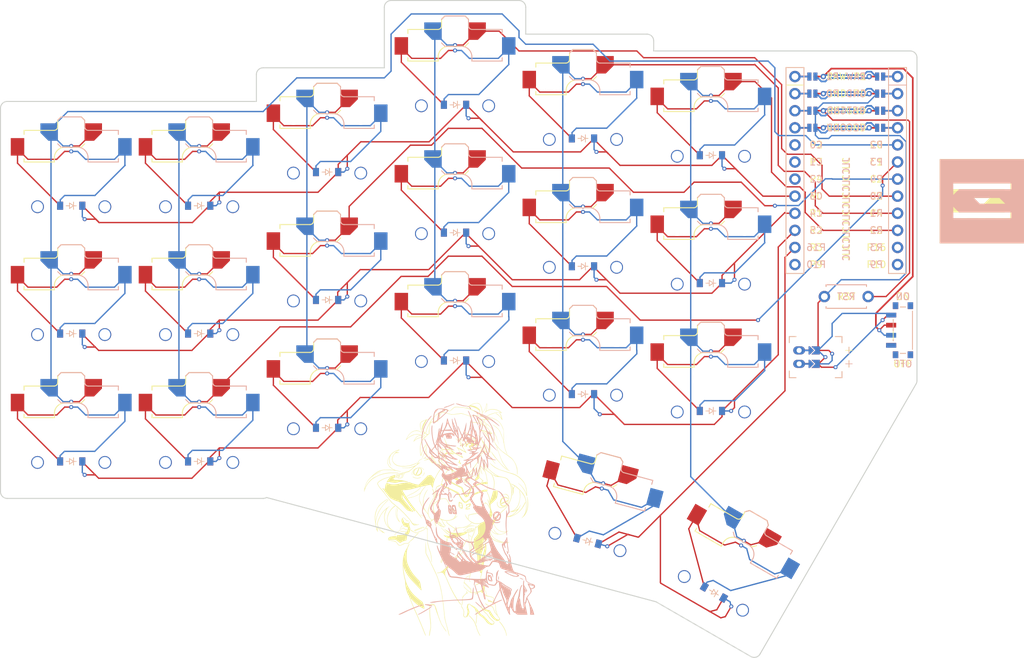
<source format=kicad_pcb>
(kicad_pcb (version 20240108) (generator "pcbnew") (generator_version "8.0")
  (title_block (title "prototype") (date "2024-12-02") (rev "v1.0.0") (company "Unknown"))
  (layers (0 "F.Cu" signal) (31 "B.Cu" signal) (34 "B.Paste" user) (35 "F.Paste" user) (36 "B.SilkS" user "B.Silkscreen") (37 "F.SilkS" user "F.Silkscreen") (38 "B.Mask" user) (39 "F.Mask" user) (44 "Edge.Cuts" user))
  (net 0 "")
  (net 1 "C0")
  (net 2 "outer_bottom")
  (net 3 "GND")
  (net 4 "outer_home")
  (net 5 "outer_top")
  (net 6 "C1")
  (net 7 "pinky_bottom")
  (net 8 "pinky_home")
  (net 9 "pinky_top")
  (net 10 "C2")
  (net 11 "ring_bottom")
  (net 12 "ring_home")
  (net 13 "ring_top")
  (net 14 "C3")
  (net 15 "middle_bottom")
  (net 16 "middle_home")
  (net 17 "middle_top")
  (net 18 "C4")
  (net 19 "index_bottom")
  (net 20 "index_home")
  (net 21 "index_top")
  (net 22 "C5")
  (net 23 "indexfar_bottom")
  (net 24 "indexfar_home")
  (net 25 "indexfar_top")
  (net 26 "layer_cluster")
  (net 27 "space_cluster")
  (net 28 "R2")
  (net 29 "R1")
  (net 30 "R0")
  (net 31 "R3")
  (net 32 "RAW")
  (net 33 "RST")
  (net 34 "VCC")
  (net 35 "P16")
  (net 36 "P10")
  (net 37 "P1")
  (net 38 "P0")
  (net 39 "P2")
  (net 40 "P3")
  (net 41 "P4")
  (net 42 "P9")
  (net 43 "MCU1_24")
  (net 44 "MCU1_1")
  (net 45 "MCU1_23")
  (net 46 "MCU1_2")
  (net 47 "MCU1_22")
  (net 48 "MCU1_3")
  (net 49 "MCU1_21")
  (net 50 "MCU1_4")
  (net 51 "BAT_P")
  (net 52 "JST1_1")
  (net 53 "JST1_2")
  (footprint "ceoloide:diode_tht_sod123" (layer "F.Cu") (at 187.0125 160.6625 180)
    (property "Reference" "D7" (hide yes))
    (property "Value" "")
  )
  (footprint "ceoloide:power_switch_smd_side" (layer "F.Cu") (at 272.512499 146.1625)
    (property "Reference" "PWR1" (hide yes))
    (property "Value" "")
  )
  (footprint "ceoloide:diode_tht_sod123" (layer "F.Cu") (at 225.0125 136.662499 180)
    (property "Reference" "D14" (hide yes))
    (property "Value" "")
  )
  (footprint "ceoloide:diode_tht_sod123" (layer "F.Cu") (at 206.012499 131.6625 180)
    (property "Reference" "D11" (hide yes))
    (property "Value" "")
  )
  (footprint "ceoloide:utility_ergogen_logo" (layer "F.Cu") (at 284.25 127)
    (property "Reference" "LOGO1" (hide yes))
    (property "Value" "")
  )
  (footprint "ceoloide:mounting_hole_npth" (layer "F.Cu") (at 235.512499 142.6625)
    (property "Reference" "MH3" (hide yes))
    (property "Value" "")
  )
  (footprint "ceoloide:diode_tht_sod123" (layer "F.Cu") (at 206.012501 112.6625 180)
    (property "Reference" "D12" (hide yes))
    (property "Value" "")
  )
  (footprint "ceoloide:diode_tht_sod123" (layer "F.Cu") (at 225.718405 177.492129 165)
    (property "Reference" "D19" (hide yes))
    (property "Value" "")
  )
  (footprint "ceoloide:mounting_hole_npth" (layer "F.Cu") (at 235.512499 123.6625)
    (property "Reference" "MH4" (hide yes))
    (property "Value" "")
  )
  (footprint "ceoloide:diode_tht_sod123" (layer "F.Cu") (at 187.0125 141.6625 180)
    (property "Reference" "D8" (hide yes))
    (property "Value" "")
  )
  (footprint "ceoloide:diode_tht_sod123" (layer "F.Cu") (at 187.0125 122.6625 180)
    (property "Reference" "D9" (hide yes))
    (property "Value" "")
  )
  (footprint "ceoloide:diode_tht_sod123" (layer "F.Cu") (at 168.012501 146.6625 180)
    (property "Reference" "D5" (hide yes))
    (property "Value" "")
  )
  (footprint "ceoloide:diode_tht_sod123" (layer "F.Cu") (at 244.0125 158.162499 180)
    (property "Reference" "D16" (hide yes))
    (property "Value" "")
  )
  (footprint "ceoloide:mounting_hole_npth" (layer "F.Cu") (at 158.5125 132.1625)
    (property "Reference" "MH2" (hide yes))
    (property "Value" "")
  )
  (footprint "ceoloide:mounting_hole_npth" (layer "F.Cu") (at 158.5125 151.162501)
    (property "Reference" "MH1" (hide yes))
    (property "Value" "")
  )
  (footprint "ceoloide:battery_connector_jst_ph_2" (layer "F.Cu") (at 257.112499 150.162499 90)
    (property "Reference" "JST1" (hide yes))
    (property "Value" "")
  )
  (footprint "ceoloide:diode_tht_sod123" (layer "F.Cu") (at 244.463166 185.142239 150)
    (property "Reference" "D20" (hide yes))
    (property "Value" "")
  )
  (footprint "ceoloide:diode_tht_sod123" (layer "F.Cu") (at 244.012499 120.162499 180)
    (property "Reference" "D18" (hide yes))
    (property "Value" "")
  )
  (footprint "ceoloide:diode_tht_sod123" (layer "F.Cu") (at 225.0125 117.662499 180)
    (property "Reference" "D15" (hide yes))
    (property "Value" "")
  )
  (footprint "ceoloide:diode_tht_sod123" (layer "F.Cu") (at 168.0125 127.662499 180)
    (property "Reference" "D6" (hide yes))
    (property "Value" "")
  )
  (footprint "ceoloide:diode_tht_sod123" (layer "F.Cu") (at 225.012499 155.6625 180)
    (property "Reference" "D13" (hide yes))
    (property "Value" "")
  )
  (footprint "ceoloide:reset_switch_tht_top" (layer "F.Cu") (at 264.1125 141.1625)
    (property "Reference" "RST1" (hide yes))
    (property "Value" "")
  )
  (footprint "ceoloide:diode_tht_sod123" (layer "F.Cu") (at 149.0125 165.6625 180)
    (property "Reference" "D1" (hide yes))
    (property "Value" "")
  )
  (footprint "ceoloide:diode_tht_sod123" (layer "F.Cu") (at 149.0125 146.662501 180)
    (property "Reference" "D2" (hide yes))
    (property "Value" "")
  )
  (footprint "ceoloide:diode_tht_sod123" (layer "F.Cu") (at 168.012501 165.6625 180)
    (property "Reference" "D4" (hide yes))
    (property "Value" "")
  )
  (footprint "ceoloide:diode_tht_sod123" (layer "F.Cu") (at 206.012499 150.6625 180)
    (property "Reference" "D10" (hide yes))
    (property "Value" "")
  )
  (footprint "ceoloide:diode_tht_sod123" (layer "F.Cu") (at 244.0125 139.162501 180)
    (property "Reference" "D17" (hide yes))
    (property "Value" "")
  )
  (footprint "ceoloide:diode_tht_sod123" (layer "F.Cu") (at 149.0125 127.6625 180)
    (property "Reference" "D3" (hide yes))
    (property "Value" "")
  )
  (footprint "LOGO" (layer "F.Cu") (at 204.75 174.25)
    (property "Reference" "Asuka" (hide yes))
    (property "Value" "LOGO" (hide yes))
  )
  (footprint "ceoloide:mcu_nice_nano" (layer "F.Cu") (at 264.1125 121.1625)
    (property "Reference" "MCU1" (hide yes))
    (property "Value" "")
  )
  (footprint "ceoloide:switch_choc_v1_v2" (layer "B.Cu") (at 206.0125 126.662501)
    (property "Reference" "S11" (hide yes))
    (property "Value" "")
  )
  (footprint "ceoloide:switch_choc_v1_v2" (layer "B.Cu") (at 244.0125 153.162499)
    (property "Reference" "S16" (hide yes))
    (property "Value" "")
  )
  (footprint "ceoloide:switch_choc_v1_v2" (layer "B.Cu") (at 225.012499 131.662499)
    (property "Reference" "S14" (hide yes))
    (property "Value" "")
  )
  (footprint "ceoloide:switch_choc_v1_v2" (layer "B.Cu") (at 225.0125 150.6625)
    (property "Reference" "S13" (hide yes))
    (property "Value" "")
  )
  (footprint "ceoloide:switch_choc_v1_v2" (layer "B.Cu") (at 168.0125 160.6625)
    (property "Reference" "S4" (hide yes))
    (property "Value" "")
  )
  (footprint "ceoloide:switch_choc_v1_v2" (layer "B.Cu") (at 187.0125 117.6625)
    (property "Reference" "S9" (hide yes))
    (property "Value" "")
  )
  (footprint "ceoloide:switch_choc_v1_v2" (layer "B.Cu") (at 225.0125 112.662499)
    (property "Reference" "S15" (hide yes))
    (property "Value" "")
  )
  (footprint "ceoloide:switch_choc_v1_v2" (layer "B.Cu") (at 244.012501 115.1625)
    (property "Reference" "S18" (hide yes))
    (property "Value" "")
  )
  (footprint "ceoloide:switch_choc_v1_v2" (layer "B.Cu") (at 206.0125 145.6625)
    (property "Reference" "S10" (hide yes))
    (property "Value" "")
  )
  (footprint "ceoloide:switch_choc_v1_v2" (layer "B.Cu") (at 246.963167 180.812113 -30)
    (property "Reference" "S20" (hide yes))
    (property "Value" "")
  )
  (footprint "ceoloide:switch_choc_v1_v2" (layer "B.Cu") (at 227.012501 172.6625 -15)
    (property "Reference" "S19" (hide yes))
    (property "Value" "")
  )
  (footprint "ceoloide:switch_choc_v1_v2" (layer "B.Cu") (at 168.012501 122.6625)
    (property "Reference" "S6" (hide yes))
    (property "Value" "")
  )
  (footprint "ceoloide:switch_choc_v1_v2" (layer "B.Cu") (at 149.012499 141.662501)
    (property "Reference" "S2" (hide yes))
    (property "Value" "")
  )
  (footprint "LOGO" (layer "B.Cu") (at 205.742725 172.330858 180)
    (property "Reference" "Rei" (hide yes))
    (property "Value" "LOGO" (hide yes))
  )
  (footprint "ceoloide:switch_choc_v1_v2" (layer "B.Cu") (at 149.012499 160.6625)
    (property "Reference" "S1" (hide yes))
    (property "Value" "")
  )
  (footprint "ceoloide:switch_choc_v1_v2" (layer "B.Cu") (at 244.0125 134.1625)
    (property "Reference" "S17" (hide yes))
    (property "Value" "")
  )
  (footprint "ceoloide:switch_choc_v1_v2" (layer "B.Cu") (at 187.012499 136.662501)
    (property "Reference" "S8" (hide yes))
    (property "Value" "")
  )
  (footprint "ceoloide:switch_choc_v1_v2" (layer "B.Cu") (at 149.0125 122.662501)
    (property "Reference" "S3" (hide yes))
    (property "Value" "")
  )
  (footprint "ceoloide:switch_choc_v1_v2" (layer "B.Cu") (at 206.012499 107.6625)
    (property "Reference" "S12" (hide yes))
    (property "Value" "")
  )
  (footprint "ceoloide:switch_choc_v1_v2" (layer "B.Cu") (at 187.012501 155.662499)
    (property "Reference" "S7" (hide yes))
    (property "Value" "")
  )
  (footprint "ceoloide:switch_choc_v1_v2" (layer "B.Cu") (at 168.012499 141.662501)
    (property "Reference" "S5" (hide yes))
    (property "Value" "")
  )
  (gr_line (start 235.855778 186.523615) (end 249.940407 194.655378) (stroke (width 0.15)) (layer "Edge.Cuts"))
  (gr_line (start 216.5125 102.162501) (end 216.512499 98.162501) (stroke (width 0.15)) (layer "Edge.Cuts"))
  (gr_arc (start 195.5125 98.162501) (mid 195.805393 97.455394) (end 196.5125 97.1625) (stroke (width 0.15)) (layer "Edge.Cuts"))
  (gr_line (start 274.612501 153.654113) (end 274.6125 105.662501) (stroke (width 0.15)) (layer "Edge.Cuts"))
  (gr_line (start 195.512499 107.1625) (end 177.5125 107.1625) (stroke (width 0.15)) (layer "Edge.Cuts"))
  (gr_arc (start 234.512499 102.1625) (mid 235.219607 102.455393) (end 235.5125 103.1625) (stroke (width 0.15)) (layer "Edge.Cuts"))
  (gr_line (start 235.512499 104.662501) (end 235.5125 103.1625) (stroke (width 0.15)) (layer "Edge.Cuts"))
  (gr_line (start 251.306432 194.289355) (end 251.331432 194.246054) (stroke (width 0.15)) (layer "Edge.Cuts"))
  (gr_line (start 215.5125 97.1625) (end 196.5125 97.1625) (stroke (width 0.15)) (layer "Edge.Cuts"))
  (gr_line (start 139.512501 112.1625) (end 176.512499 112.162499) (stroke (width 0.15)) (layer "Edge.Cuts"))
  (gr_line (start 139.5125 171.162499) (end 177.5125 171.1625) (stroke (width 0.15)) (layer "Edge.Cuts"))
  (gr_arc (start 251.306432 194.289355) (mid 250.699226 194.755307) (end 249.940407 194.655378) (stroke (width 0.15)) (layer "Edge.Cuts"))
  (gr_arc (start 274.612501 153.654113) (mid 274.578427 153.912934) (end 274.478524 154.154114) (stroke (width 0.15)) (layer "Edge.Cuts"))
  (gr_line (start 234.512499 102.1625) (end 216.5125 102.162501) (stroke (width 0.15)) (layer "Edge.Cuts"))
  (gr_arc (start 215.5125 97.1625) (mid 216.219607 97.455394) (end 216.512499 98.162501) (stroke (width 0.15)) (layer "Edge.Cuts"))
  (gr_line (start 178.017178 171.025807) (end 235.855778 186.523615) (stroke (width 0.15)) (layer "Edge.Cuts"))
  (gr_line (start 138.5125 170.162501) (end 138.512499 113.162501) (stroke (width 0.15)) (layer "Edge.Cuts"))
  (gr_line (start 251.331435 194.246053) (end 274.478524 154.154114) (stroke (width 0.15)) (layer "Edge.Cuts"))
  (gr_arc (start 139.5125 171.162499) (mid 138.805394 170.869607) (end 138.5125 170.162501) (stroke (width 0.15)) (layer "Edge.Cuts"))
  (gr_arc (start 273.6125 104.6625) (mid 274.319607 104.955394) (end 274.6125 105.662501) (stroke (width 0.15)) (layer "Edge.Cuts"))
  (gr_line (start 176.512499 108.162501) (end 176.512499 112.162499) (stroke (width 0.15)) (layer "Edge.Cuts"))
  (gr_line (start 235.512499 104.662501) (end 273.6125 104.6625) (stroke (width 0.15)) (layer "Edge.Cuts"))
  (gr_arc (start 138.512499 113.162501) (mid 138.805393 112.455393) (end 139.512501 112.1625) (stroke (width 0.15)) (layer "Edge.Cuts"))
  (gr_line (start 195.5125 98.162501) (end 195.512499 107.1625) (stroke (width 0.15)) (layer "Edge.Cuts"))
  (gr_arc (start 176.512499 108.162501) (mid 176.805393 107.455394) (end 177.5125 107.1625) (stroke (width 0.15)) (layer "Edge.Cuts"))
  (gr_arc (start 178.017178 171.025807) (mid 177.773931 171.127721) (end 177.5125 171.1625) (stroke (width 0.15)) (layer "Edge.Cuts"))
  (gr_text "JLCJLCJLCJLCJLCJLC" (at 264.1125 128.162501 90) (layer "B.SilkS") (effects (font (size 1 1)) (justify mirror)))
  (gr_text "JLCJLCJLCJLCJLCJLC" (at 264.1125 128.162501 90) (layer "F.SilkS") (effects (font (size 1 1))))
  (segment (start 150.212499 137.7875) (end 149.0125 137.787501) (width 0.2) (layer "F.Cu") (net 1))
  (segment (start 152.287499 116.712501) (end 150.2125 118.7875) (width 0.2) (layer "F.Cu") (net 1))
  (segment (start 152.2875 154.7125) (end 150.212499 156.7875) (width 0.2) (layer "F.Cu") (net 1))
  (segment (start 150.212499 156.7875) (end 149.0125 156.787501) (width 0.2) (layer "F.Cu") (net 1))
  (segment (start 150.2125 118.7875) (end 149.0125 118.7875) (width 0.2) (layer "F.Cu") (net 1))
  (segment (start 152.287499 135.712501) (end 150.212499 137.7875) (width 0.2) (layer "F.Cu") (net 1))
  (via (at 149.0125 156.787501) (size 0.6) (drill 0.3) (layers "F.Cu" "B.Cu") (net 1))
  (via (at 149.0125 118.7875) (size 0.6) (drill 0.3) (layers "F.Cu" "B.Cu") (net 1))
  (via (at 149.0125 137.787501) (size 0.6) (drill 0.3) (layers "F.Cu" "B.Cu") (net 1))
  (segment (start 177.5125 113.6625) (end 182.512499 108.6625) (width 0.2) (layer "B.Cu") (net 1))
  (segment (start 199.512501 99.162499) (end 213.012499 99.1625) (width 0.2) (layer "B.Cu") (net 1))
  (segment (start 229.0125 106.162499) (end 252.512499 106.162501) (width 0.2) (layer "B.Cu") (net 1))
  (segment (start 146.0125 154.4375) (end 145.737499 154.712499) (width 0.2) (layer "B.Cu") (net 1))
  (segment (start 226.5125 103.6625) (end 229.0125 106.162499) (width 0.2) (layer "B.Cu") (net 1))
  (segment (start 259.512499 118.662499) (end 259.5525 118.6225) (width 0.2) (layer "B.Cu") (net 1))
  (segment (start 216.512499 103.6625) (end 226.5125 103.6625) (width 0.2) (layer "B.Cu") (net 1))
  (segment (start 252.512499 106.162501) (end 253.512501 107.162499) (width 0.2) (layer "B.Cu") (net 1))
  (segment (start 145.737499 116.7125) (end 146.012499 116.9875) (width 0.2) (layer "B.Cu") (net 1))
  (segment (start 254.0825 117.2325) (end 258.0825 117.232499) (width 0.2) (layer "B.Cu") (net 1))
  (segment (start 145.737499 116.7125) (end 147.8125 118.787499) (width 0.2) (layer "B.Cu") (net 1))
  (segment (start 145.737499 116.7125) (end 145.737499 116.4375) (width 0.2) (layer "B.Cu") (net 1))
  (segment (start 145.737499 154.712499) (end 147.8125 156.787501) (width 0.2) (layer "B.Cu") (net 1))
  (segment (start 147.8125 118.787499) (end 149.0125 118.7875) (width 0.2) (layer "B.Cu") (net 1))
  (segment (start 145.7375 135.712499) (end 146.012499 135.987501) (width 0.2) (layer "B.Cu") (net 1))
  (segment (start 258.0825 117.232499) (end 259.512499 118.662499) (width 0.2) (layer "B.Cu") (net 1))
  (segment (start 145.737499 116.4375) (end 148.5125 113.662499) (width 0.2) (layer "B.Cu") (net 1))
  (segment (start 196.512499 107.6625) (end 196.512499 102.162499) (width 0.2) (layer "B.Cu") (net 1))
  (segment (start 215.5125 102.662501) (end 216.512499 103.6625) (width 0.2) (layer "B.Cu") (net 1))
  (segment (start 146.012499 135.987501) (end 146.0125 154.4375) (width 0.2) (layer "B.Cu") (net 1))
  (segment (start 145.7375 135.712499) (end 147.812499 137.787499) (width 0.2) (layer "B.Cu") (net 1))
  (segment (start 147.812499 137.787499) (end 149.0125 137.787501) (width 0.2) (layer "B.Cu") (net 1))
  (segment (start 253.512498 116.6625) (end 254.0825 117.2325) (width 0.2) (layer "B.Cu") (net 1))
  (segment (start 182.512499 108.6625) (end 195.5125 108.6625) (width 0.2) (layer "B.Cu") (net 1))
  (segment (start 195.5125 108.6625) (end 196.512499 107.6625) (width 0.2) (layer "B.Cu") (net 1))
  (segment (start 196.512499 102.162499) (end 199.512501 99.162499) (width 0.2) (layer "B.Cu") (net 1))
  (segment (start 253.512501 107.162499) (end 253.512498 116.6625) (width 0.2) (layer "B.Cu") (net 1))
  (segment (start 147.8125 156.787501) (end 149.0125 156.787501) (width 0.2) (layer "B.Cu") (net 1))
  (segment (start 213.012499 99.1625) (end 215.5125 101.662499) (width 0.2) (layer "B.Cu") (net 1))
  (segment (start 146.012499 116.9875) (end 146.0125 135.4375) (width 0.2) (layer "B.Cu") (net 1))
  (segment (start 259.5525 118.6225) (end 271.7325 118.6225) (width 0.2) (layer "B.Cu") (net 1))
  (segment (start 148.5125 113.662499) (end 177.5125 113.6625) (width 0.2) (layer "B.Cu") (net 1))
  (segment (start 146.0125 135.4375) (end 145.7375 135.712499) (width 0.2) (layer "B.Cu") (net 1))
  (segment (start 215.5125 101.662499) (end 215.5125 102.662501) (width 0.2) (layer "B.Cu") (net 1))
  (segment (start 141.037499 159.3375) (end 147.3625 165.6625) (width 0.2) (layer "F.Cu") (net 2))
  (segment (start 146.8585 158.7665) (end 148.0375 157.5875) (width 0.2) (layer "F.Cu") (net 2))
  (segment (start 148.0375 157.5875) (end 149.0125 157.5875) (width 0.2) (layer "F.Cu") (net 2))
  (segment (start 141.0375 156.912499) (end 141.037499 159.3375) (width 0.2) (layer "F.Cu") (net 2))
  (segment (start 142.5915 158.766501) (end 146.8585 158.7665) (width 0.2) (layer "F.Cu") (net 2))
  (segment (start 140.7375 156.9125) (end 142.5915 158.766501) (width 0.2) (layer "F.Cu") (net 2))
  (via (at 149.0125 157.5875) (size 0.6) (drill 0.3) (layers "F.Cu" "B.Cu") (net 2))
  (segment (start 152.5125 164.162501) (end 156.987499 159.687501) (width 0.2) (layer "B.Cu") (net 2))
  (segment (start 149.973666 157.5875) (end 149.0125 157.5875) (width 0.2) (layer "B.Cu") (net 2))
  (segment (start 156.987499 159.687501) (end 156.9875 156.9125) (width 0.2) (layer "B.Cu") (net 2))
  (segment (start 147.3625 164.812501) (end 148.0125 164.1625) (width 0.2) (layer "B.Cu") (net 2))
  (segment (start 148.0125 164.1625) (end 152.5125 164.162501) (width 0.2) (layer "B.Cu") (net 2))
  (segment (start 155.433499 158.766499) (end 151.152666 158.7665) (width 0.2) (layer "B.Cu") (net 2))
  (segment (start 151.152666 158.7665) (end 149.973666 157.5875) (width 0.2) (layer "B.Cu") (net 2))
  (segment (start 157.2875 156.912501) (end 155.433499 158.766499) (width 0.2) (layer "B.Cu") (net 2))
  (segment (start 147.3625 165.6625) (end 147.3625 164.812501) (width 0.2) (layer "B.Cu") (net 2))
  (segment (start 268.6925 113.5425) (end 267.5125 113.5425) (width 0.25) (layer "F.Cu") (net 3))
  (segment (start 259.9285 149.162501) (end 259.928499 142.096499) (width 0.2) (layer "F.Cu") (net 3))
  (segment (start 262.0125 149.6625) (end 261.5125 149.1625) (width 0.2) (layer "F.Cu") (net 3))
  (segment (start 259.928499 142.096499) (end 260.862499 141.1625) (width 0.2) (layer "F.Cu") (net 3))
  (segment (start 259.532499 111.0025) (end 260.7125 111.0025) (width 0.25) (layer "F.Cu") (net 3))
  (segment (start 261.5125 149.1625) (end 259.9285 149.162501) (width 0.2) (layer "F.Cu") (net 3))
  (segment (start 268.692499 116.082501) (end 267.5125 116.082499) (width 0.25) (layer "F.Cu") (net 3))
  (via (at 262.0125 149.6625) (size 0.6) (drill 0.3) (layers "F.Cu" "B.Cu") (net 3))
  (segment (start 268.8875 111.002501) (end 268.537805 111.002499) (width 0.25) (layer "B.Cu") (net 3))
  (segment (start 261.512499 117.662499) (end 260.012499 117.662499) (width 0.2) (layer "B.Cu") (net 3))
  (segment (start 263.3625 138.6625) (end 272.012499 138.662501) (width 0.2) (layer "B.Cu") (net 3))
  (segment (start 259.532499 113.542501) (end 259.532499 116.082499) (width 0.2) (layer "B.Cu") (net 3))
  (segment (start 261.012805 114.2675) (end 261.507805 113.7725) (width 0.25) (layer "B.Cu") (net 3))
  (segment (start 259.687195 113.5425) (end 260.412194 114.267499) (width 0.25) (layer "B.Cu") (net 3))
  (segment (start 260.412195 116.807501) (end 261.012805 116.807499) (width 0.25) (layer "B.Cu") (net 3))
  (segment (start 259.9285 151.162501) (end 261.512499 151.162499) (width 0.2) (layer "B.Cu") (net 3))
  (segment (start 272.012499 138.662501) (end 273.0125 137.6625) (width 0.2) (layer "B.Cu") (net 3))
  (segment (start 268.6925 111.002499) (end 267.3025 112.392501) (width 0.2) (layer "B.Cu") (net 3))
  (segment (start 260.682499 112.392499) (end 259.532499 113.542501) (width 0.2) (layer "B.Cu") (net 3))
  (segment (start 259.337499 113.5425) (end 259.687195 113.5425) (width 0.25) (layer "B.Cu") (net 3))
  (segment (start 266.707194 110.7825) (end 260.9325 110.7825) (width 0.25) (layer "B.Cu") (net 3))
  (segment (start 259.687194 116.082499) (end 260.412195 116.807501) (width 0.25) (layer "B.Cu") (net 3))
  (segment (start 261.512499 151.162499) (end 262.0125 150.662499) (width 0.2) (layer "B.Cu") (net 3))
  (segment (start 273.012501 118.1625) (end 272.082499 117.2325) (width 0.2) (layer "B.Cu") (net 3))
  (segment (start 261.507804 116.3125) (end 267.2825 116.312499) (width 0.25) (layer "B.Cu") (net 3))
  (segment (start 262.0125 150.662499) (end 262.0125 149.6625) (width 0.2) (layer "B.Cu") (net 3))
  (segment (start 268.537805 111.002499) (end 267.812805 110.2775) (width 0.25) (layer "B.Cu") (net 3))
  (segment (start 273.0125 137.6625) (end 273.012501 118.1625) (width 0.2) (layer "B.Cu") (net 3))
  (segment (start 260.012499 117.662499) (end 259.5325 117.182501) (width 0.2) (layer "B.Cu") (net 3))
  (segment (start 261.507805 113.7725) (end 267.282499 113.772499) (width 0.25) (layer "B.Cu") (net 3))
  (segment (start 272.082499 117.2325) (end 261.9425 117.232501) (width 0.2) (layer "B.Cu") (net 3))
  (segment (start 267.212195 110.277499) (end 266.707194 110.7825) (width 0.25) (layer "B.Cu") (net 3))
  (segment (start 261.9425 117.232501) (end 261.512499 117.662499) (width 0.2) (layer "B.Cu") (net 3))
  (segment (start 259.337499 116.0825) (end 259.687194 116.082499) (width 0.25) (layer "B.Cu") (net 3))
  (segment (start 267.3025 112.392501) (end 260.682499 112.392499) (width 0.2) (layer "B.Cu") (net 3))
  (segment (start 259.5325 117.182501) (end 259.532499 116.082499) (width 0.2) (layer "B.Cu") (net 3))
  (segment (start 267.812805 110.2775) (end 267.212195 110.277499) (width 0.25) (layer "B.Cu") (net 3))
  (segment (start 260.862499 141.1625) (end 263.3625 138.6625) (width 0.2) (layer "B.Cu") (net 3))
  (segment (start 260.412194 114.267499) (end 261.012805 114.2675) (width 0.25) (layer "B.Cu") (net 3))
  (segment (start 261.012805 116.807499) (end 261.507804 116.3125) (width 0.25) (layer "B.Cu") (net 3))
  (segment (start 141.037499 140.3375) (end 147.362499 146.662499) (width 0.2) (layer "F.Cu") (net 4))
  (segment (start 148.037499 138.587499) (end 149.0125 138.587501) (width 0.2) (layer "F.Cu") (net 4))
  (segment (start 141.037499 137.9125) (end 141.037499 140.3375) (width 0.2) (layer "F.Cu") (net 4))
  (segment (start 146.8585 139.7665) (end 148.037499 138.587499) (width 0.2) (layer "F.Cu") (net 4))
  (segment (start 140.737499 137.9125) (end 142.591499 139.766499) (width 0.2) (layer "F.Cu") (net 4))
  (segment (start 142.591499 139.766499) (end 146.8585 139.7665) (width 0.2) (layer "F.Cu") (net 4))
  (via (at 149.0125 138.587501) (size 0.6) (drill 0.3) (layers "F.Cu" "B.Cu") (net 4))
  (segment (start 156.987501 140.6875) (end 156.9875 137.9125) (width 0.2) (layer "B.Cu") (net 4))
  (segment (start 148.012501 145.1625) (end 152.5125 145.1625) (width 0.2) (layer "B.Cu") (net 4))
  (segment (start 149.973666 138.587501) (end 149.0125 138.587501) (width 0.2) (layer "B.Cu") (net 4))
  (segment (start 157.287499 137.9125) (end 155.4335 139.766499) (width 0.2) (layer "B.Cu") (net 4))
  (segment (start 152.5125 145.1625) (end 156.987501 140.6875) (width 0.2) (layer "B.Cu") (net 4))
  (segment (start 147.3625 145.8125) (end 148.012501 145.1625) (width 0.2) (layer "B.Cu") (net 4))
  (segment (start 155.4335 139.766499) (end 151.152665 139.766501) (width 0.2) (layer "B.Cu") (net 4))
  (segment (start 147.362499 146.662499) (end 147.3625 145.8125) (width 0.2) (layer "B.Cu") (net 4))
  (segment (start 151.152665 139.766501) (end 149.973666 138.587501) (width 0.2) (layer "B.Cu") (net 4))
  (segment (start 141.0375 121.337499) (end 147.3625 127.662499) (width 0.2) (layer "F.Cu") (net 5))
  (segment (start 148.037499 119.5875) (end 149.012499 119.5875) (width 0.2) (layer "F.Cu") (net 5))
  (segment (start 146.858499 120.766501) (end 148.037499 119.5875) (width 0.2) (layer "F.Cu") (net 5))
  (segment (start 142.591499 120.7665) (end 146.858499 120.766501) (width 0.2) (layer "F.Cu") (net 5))
  (segment (start 141.0375 118.9125) (end 141.0375 121.337499) (width 0.2) (layer "F.Cu") (net 5))
  (segment (start 140.737499 118.912501) (end 142.591499 120.7665) (width 0.2) (layer "F.Cu") (net 5))
  (via (at 149.012499 119.5875) (size 0.6) (drill 0.3) (layers "F.Cu" "B.Cu") (net 5))
  (segment (start 147.387499 127.637499) (end 147.387499 126.7875) (width 0.2) (layer "B.Cu") (net 5))
  (segment (start 152.5375 126.137501) (end 157.012499 121.662501) (width 0.2) (layer "B.Cu") (net 5))
  (segment (start 157.287499 118.9125) (end 155.433501 120.766499) (width 0.2) (layer "B.Cu") (net 5))
  (segment (start 155.433501 120.766499) (end 151.152665 120.766501) (width 0.2) (layer "B.Cu") (net 5))
  (segment (start 147.387499 126.7875) (end 148.0375 126.1375) (width 0.2) (layer "B.Cu") (net 5))
  (segment (start 149.973666 119.587501) (end 149.012499 119.5875) (width 0.2) (layer "B.Cu") (net 5))
  (segment (start 148.0375 126.1375) (end 152.5375 126.137501) (width 0.2) (layer "B.Cu") (net 5))
  (segment (start 151.152665 120.766501) (end 149.973666 119.587501) (width 0.2) (layer "B.Cu") (net 5))
  (segment (start 157.012499 121.662501) (end 156.987499 121.6375) (width 0.2) (layer "B.Cu") (net 5))
  (segment (start 156.987499 121.6375) (end 156.987499 118.912499) (width 0.2) (layer "B.Cu") (net 5))
  (segment (start 198.012501 138.1625) (end 202.012499 138.1625) (width 0.2) (layer "F.Cu") (net 6))
  (segment (start 205.0125 135.162499) (end 210.0125 135.162499) (width 0.2) (layer "F.Cu") (net 6))
  (segment (start 228.5125 139.662501) (end 233.512499 144.6625) (width 0.2) (layer "F.Cu") (net 6))
  (segment (start 171.287499 154.712499) (end 169.212499 156.7875) (width 0.2) (layer "F.Cu") (net 6))
  (segment (start 180.012501 145.6625) (end 190.512499 145.6625) (width 0.2) (layer "F.Cu") (net 6))
  (segment (start 190.512499 145.6625) (end 198.012501 138.1625) (width 0.2) (layer "F.Cu") (net 6))
  (segment (start 269.512499 123.3825) (end 271.7325 121.162501) (width 0.2) (layer "F.Cu") (net 6))
  (segment (start 169.212499 118.787501) (end 168.012499 118.7875) (width 0.2) (layer "F.Cu") (net 6))
  (segment (start 214.5125 139.6625) (end 228.5125 139.662501) (width 0.2) (layer "F.Cu") (net 6))
  (segment (start 171.287499 135.7125) (end 169.212501 137.787499) (width 0.2) (layer "F.Cu") (net 6))
  (segment (start 171.287499 154.712499) (end 171.2875 154.3875) (width 0.2) (layer "F.Cu") (net 6))
  (segment (start 169.212501 137.787499) (end 168.0125 137.7875) (width 0.2) (layer "F.Cu") (net 6))
  (segment (start 171.287499 116.7125) (end 169.212499 118.787501) (width 0.2) (layer "F.Cu") (net 6))
  (segment (start 169.212499 156.7875) (end 168.012499 156.787501) (width 0.2) (layer "F.Cu") (net 6))
  (segment (start 233.512499 144.6625) (end 251.0125 144.662499) (width 0.2) (layer "F.Cu") (net 6))
  (segment (start 269.5125 124.662501) (end 269.512499 123.3825) (width 0.2) (layer "F.Cu") (net 6))
  (segment (start 202.012499 138.1625) (end 205.0125 135.162499) (width 0.2) (layer "F.Cu") (net 6))
  (segment (start 171.2875 154.3875) (end 180.012501 145.6625) (width 0.2) (layer "F.Cu") (net 6))
  (segment (start 210.0125 135.162499) (end 214.5125 139.6625) (width 0.2) (layer "F.Cu") (net 6))
  (via (at 251.0125 144.662499) (size 0.6) (drill 0.3) (layers "F.Cu" "B.Cu") (net 6))
  (via (at 168.012499 156.787501) (size 0.6) (drill 0.3) (layers "F.Cu" "B.Cu") (net 6))
  (via (at 269.5125 124.662501) (size 0.6) (drill 0.3) (layers "F.Cu" "B.Cu") (net 6))
  (via (at 168.0125 137.7875) (size 0.6) (drill 0.3) (layers "F.Cu" "B.Cu") (net 6))
  (via (at 168.012499 118.7875) (size 0.6) (drill 0.3) (layers "F.Cu" "B.Cu") (net 6))
  (segment (start 166.812499 137.7875) (end 168.0125 137.7875) (width 0.2) (layer "B.Cu") (net 6))
  (segment (start 165.012499 135.437501) (end 164.7375 135.7125) (width 0.2) (layer "B.Cu") (net 6))
  (segment (start 164.737499 116.7125) (end 165.0125 116.987499) (width 0.2) (layer "B.Cu") (net 6))
  (segment (start 164.737499 116.7125) (end 166.8125 118.7875) (width 0.2) (layer "B.Cu") (net 6))
  (segment (start 269.512501 126.162499) (end 269.5125 124.662501) (width 0.2) (layer "B.Cu") (net 6))
  (segment (start 165.0125 116.987499) (end 165.012499 135.437501) (width 0.2) (layer "B.Cu") (net 6))
  (segment (start 164.7375 135.7125) (end 165.012499 135.9875) (width 0.2) (layer "B.Cu") (net 6))
  (segment (start 165.012499 135.9875) (end 165.0125 154.4375) (width 0.2) (layer "B.Cu") (net 6))
  (segment (start 164.737499 154.7125) (end 166.812499 156.787499) (width 0.2) (layer "B.Cu") (net 6))
  (segment (start 166.8125 118.7875) (end 168.012499 118.7875) (width 0.2) (layer "B.Cu") (net 6))
  (segment (start 251.0125 144.662499) (end 269.512501 126.162499) (width 0.2) (layer "B.Cu") (net 6))
  (segment (start 165.0125 154.4375) (end 164.737499 154.7125) (width 0.2) (layer "B.Cu") (net 6))
  (segment (start 166.812499 156.787499) (end 168.012499 156.787501) (width 0.2) (layer "B.Cu") (net 6))
  (segment (start 164.7375 135.7125) (end 166.812499 137.7875) (width 0.2) (layer "B.Cu") (net 6))
  (segment (start 161.5915 158.7665) (end 165.858499 158.7665) (width 0.2) (layer "F.Cu") (net 7))
  (segment (start 160.037499 156.912499) (end 160.037499 159.337501) (width 0.2) (layer "F.Cu") (net 7))
  (segment (start 160.037499 159.337501) (end 166.3625 165.662501) (width 0.2) (layer "F.Cu") (net 7))
  (segment (start 167.0375 157.5875) (end 168.0125 157.5875) (width 0.2) (layer "F.Cu") (net 7))
  (segment (start 165.858499 158.7665) (end 167.0375 157.5875) (width 0.2) (layer "F.Cu") (net 7))
  (segment (start 159.7375 156.912499) (end 161.5915 158.7665) (width 0.2) (layer "F.Cu") (net 7))
  (via (at 168.0125 157.5875) (size 0.6) (drill 0.3) (layers "F.Cu" "B.Cu") (net 7))
  (segment (start 168.973667 157.587499) (end 168.0125 157.5875) (width 0.2) (layer "B.Cu") (net 7))
  (segment (start 174.433499 158.766499) (end 170.152665 158.766499) (width 0.2) (layer "B.Cu") (net 7))
  (segment (start 171.5125 164.0125) (end 175.9875 159.537499) (width 0.2) (layer "B.Cu") (net 7))
  (segment (start 166.3625 164.662499) (end 167.0125 164.012499) (width 0.2) (layer "B.Cu") (net 7))
  (segment (start 175.9875 159.537499) (end 175.9875 156.9125) (width 0.2) (layer "B.Cu") (net 7))
  (segment (start 176.2875 156.912501) (end 174.433499 158.766499) (width 0.2) (layer "B.Cu") (net 7))
  (segment (start 167.0125 164.012499) (end 171.5125 164.0125) (width 0.2) (layer "B.Cu") (net 7))
  (segment (start 166.362499 165.512499) (end 166.3625 164.662499) (width 0.2) (layer "B.Cu") (net 7))
  (segment (start 170.152665 158.766499) (end 168.973667 157.587499) (width 0.2) (layer "B.Cu") (net 7))
  (segment (start 165.858499 139.766501) (end 167.037499 138.587499) (width 0.2) (layer "F.Cu") (net 8))
  (segment (start 160.0375 137.9125) (end 160.037499 140.3375) (width 0.2) (layer "F.Cu") (net 8))
  (segment (start 161.591499 139.7665) (end 165.858499 139.766501) (width 0.2) (layer "F.Cu") (net 8))
  (segment (start 167.037499 138.587499) (end 168.0125 138.5875) (width 0.2) (layer "F.Cu") (net 8))
  (segment (start 160.037499 140.3375) (end 166.362499 146.662499) (width 0.2) (layer "F.Cu") (net 8))
  (segment (start 159.737499 137.9125) (end 161.591499 139.7665) (width 0.2) (layer "F.Cu") (net 8))
  (via (at 168.0125 138.5875) (size 0.6) (drill 0.3) (layers "F.Cu" "B.Cu") (net 8))
  (segment (start 176.287499 137.912499) (end 174.433499 139.766499) (width 0.2) (layer "B.Cu") (net 8))
  (segment (start 168.973666 138.5875) (end 168.0125 138.5875) (width 0.2) (layer "B.Cu") (net 8))
  (segment (start 175.9875 140.687499) (end 175.9875 137.912499) (width 0.2) (layer "B.Cu") (net 8))
  (segment (start 167.0125 145.162499) (end 171.5125 145.1625) (width 0.2) (layer "B.Cu") (net 8))
  (segment (start 171.5125 145.1625) (end 175.9875 140.687499) (width 0.2) (layer "B.Cu") (net 8))
  (segment (start 174.433499 139.766499) (end 170.152665 139.766501) (width 0.2) (layer "B.Cu") (net 8))
  (segment (start 166.3625 145.812499) (end 167.0125 145.162499) (width 0.2) (layer "B.Cu") (net 8))
  (segment (start 170.152665 139.766501) (end 168.973666 138.5875) (width 0.2) (layer "B.Cu") (net 8))
  (segment (start 166.362499 146.662499) (end 166.3625 145.812499) (width 0.2) (layer "B.Cu") (net 8))
  (segment (start 167.037499 119.5875) (end 168.012499 119.587499) (width 0.2) (layer "F.Cu") (net 9))
  (segment (start 161.591499 120.766501) (end 165.858499 120.7665) (width 0.2) (layer "F.Cu") (net 9))
  (segment (start 159.737499 118.9125) (end 161.591499 120.766501) (width 0.2) (layer "F.Cu") (net 9))
  (segment (start 160.0375 121.3375) (end 166.362499 127.6625) (width 0.2) (layer "F.Cu") (net 9))
  (segment (start 160.037501 118.9125) (end 160.0375 121.3375) (width 0.2) (layer "F.Cu") (net 9))
  (segment (start 165.858499 120.7665) (end 167.037499 119.5875) (width 0.2) (layer "F.Cu") (net 9))
  (via (at 168.012499 119.587499) (size 0.6) (drill 0.3) (layers "F.Cu" "B.Cu") (net 9))
  (segment (start 176.0125 121.6625) (end 175.9875 121.637499) (width 0.2) (layer "B.Cu") (net 9))
  (segment (start 166.387499 127.637499) (end 166.3875 126.787499) (width 0.2) (layer "B.Cu") (net 9))
  (segment (start 171.5375 126.1375) (end 176.0125 121.6625) (width 0.2) (layer "B.Cu") (net 9))
  (segment (start 167.0375 126.1375) (end 171.5375 126.1375) (width 0.2) (layer "B.Cu") (net 9))
  (segment (start 174.433499 120.7665) (end 170.152665 120.7665) (width 0.2) (layer "B.Cu") (net 9))
  (segment (start 170.152665 120.7665) (end 168.973665 119.587499) (width 0.2) (layer "B.Cu") (net 9))
  (segment (start 176.287499 118.9125) (end 174.433499 120.7665) (width 0.2) (layer "B.Cu") (net 9))
  (segment (start 166.3875 126.787499) (end 167.0375 126.1375) (width 0.2) (layer "B.Cu") (net 9))
  (segment (start 175.9875 121.637499) (end 175.9875 118.912499) (width 0.2) (layer "B.Cu") (net 9))
  (segment (start 168.973665 119.587499) (end 168.012499 119.587499) (width 0.2) (layer "B.Cu") (net 9))
  (segment (start 248.512499 124.1625) (end 252.0125 127.662499) (width 0.2) (layer "F.Cu") (net 10))
  (segment (start 215.9125 122.062499) (end 228.9125 122.062501) (width 0.2) (layer "F.Cu") (net 10))
  (segment (start 190.2875 130.7125) (end 190.287499 127.762501) (width 0.2) (layer "F.Cu") (net 10))
  (segment (start 199.387499 118.662499) (end 202.5125 118.6625) (width 0.2) (layer "F.Cu") (net 10))
  (segment (start 210.0125 116.162499) (end 214.512499 120.662499) (width 0.2) (layer "F.Cu") (net 10))
  (segment (start 229.012499 122.1625) (end 232.512499 125.662499) (width 0.2) (layer "F.Cu") (net 10))
  (segment (start 188.2125 151.7875) (end 187.012499 151.7875) (width 0.2) (layer "F.Cu") (net 10))
  (segment (start 240.012499 125.6625) (end 241.512499 124.162499) (width 0.2) (layer "F.Cu") (net 10))
  (segment (start 188.212499 113.787501) (end 187.0125 113.7875) (width 0.2) (layer "F.Cu") (net 10))
  (segment (start 190.287499 127.762501) (end 199.387499 118.662499) (width 0.2) (layer "F.Cu") (net 10))
  (segment (start 241.512499 124.162499) (end 248.512499 124.1625) (width 0.2) (layer "F.Cu") (net 10))
  (segment (start 232.512499 125.662499) (end 240.012499 125.6625) (width 0.2) (layer "F.Cu") (net 10))
  (segment (start 190.2875 130.7125) (end 188.212499 132.7875) (width 0.2) (layer "F.Cu") (net 10))
  (segment (start 188.212499 132.7875) (end 187.0125 132.7875) (width 0.2) (layer "F.Cu") (net 10))
  (segment (start 214.512499 120.662499) (end 215.9125 122.062499) (width 0.2) (layer "F.Cu") (net 10))
  (segment (start 228.9125 122.062501) (end 229.012499 122.1625) (width 0.2) (layer "F.Cu") (net 10))
  (segment (start 252.0125 127.662499) (end 253.5125 127.662501) (width 0.2) (layer "F.Cu") (net 10))
  (segment (start 190.287499 111.712499) (end 188.212499 113.787501) (width 0.2) (layer "F.Cu") (net 10))
  (segment (start 202.5125 118.6625) (end 205.0125 116.1625) (width 0.2) (layer "F.Cu") (net 10))
  (segment (start 205.0125 116.1625) (end 210.0125 116.162499) (width 0.2) (layer "F.Cu") (net 10))
  (segment (start 190.287501 149.712499) (end 188.2125 151.7875) (width 0.2) (layer "F.Cu") (net 10))
  (via (at 187.0125 113.7875) (size 0.6) (drill 0.3) (layers "F.Cu" "B.Cu") (net 10))
  (via (at 187.0125 132.7875) (size 0.6) (drill 0.3) (layers "F.Cu" "B.Cu") (net 10))
  (via (at 187.012499 151.7875) (size 0.6) (drill 0.3) (layers "F.Cu" "B.Cu") (net 10))
  (via (at 253.5125 127.662501) (size 0.6) (drill 0.3) (layers "F.Cu" "B.Cu") (net 10))
  (segment (start 257.0425 127.632501) (end 261.0125 123.6625) (width 0.2) (layer "B.Cu") (net 10))
  (segment (start 261.0125 123.6625) (end 262.0125 123.6625) (width 0.2) (layer "B.Cu") (net 10))
  (segment (start 253.5425 127.632499) (end 257.0425 127.632501) (width 0.2) (layer "B.Cu") (net 10))
  (segment (start 183.737499 130.7125) (end 185.812499 132.787499) (width 0.2) (layer "B.Cu") (net 10))
  (segment (start 183.737499 130.7125) (end 184.0125 130.9875) (width 0.2) (layer "B.Cu") (net 10))
  (segment (start 185.812499 132.787499) (end 187.0125 132.7875) (width 0.2) (layer "B.Cu") (net 10))
  (segment (start 262.052499 123.702499) (end 271.732499 123.702501) (width 0.2) (layer "B.Cu") (net 10))
  (segment (start 183.737499 149.7125) (end 185.8125 151.787501) (width 0.2) (layer "B.Cu") (net 10))
  (segment (start 184.012501 149.437499) (end 183.737499 149.7125) (width 0.2) (layer "B.Cu") (net 10))
  (segment (start 184.0125 130.4375) (end 183.737499 130.7125) (width 0.2) (layer "B.Cu") (net 10))
  (segment (start 262.0125 123.6625) (end 262.052499 123.702499) (width 0.2) (layer "B.Cu") (net 10))
  (segment (start 185.8125 151.787501) (end 187.012499 151.7875) (width 0.2) (layer "B.Cu") (net 10))
  (segment (start 184.0125 130.9875) (end 184.012501 149.437499) (width 0.2) (layer "B.Cu") (net 10))
  (segment (start 185.812499 113.787499) (end 187.0125 113.7875) (width 0.2) (layer "B.Cu") (net 10))
  (segment (start 253.5125 127.662501) (end 253.5425 127.632499) (width 0.2) (layer "B.Cu") (net 10))
  (segment (start 184.012499 111.987499) (end 184.0125 130.4375) (width 0.2) (layer "B.Cu") (net 10))
  (segment (start 183.737499 111.712501) (end 185.812499 113.787499) (width 0.2) (layer "B.Cu") (net 10))
  (segment (start 183.737499 111.712501) (end 184.012499 111.987499) (width 0.2) (layer "B.Cu") (net 10))
  (segment (start 178.7375 151.9125) (end 180.5915 153.7665) (width 0.2) (layer "F.Cu") (net 11))
  (segment (start 180.5915 153.7665) (end 184.858501 153.766499) (width 0.2) (layer "F.Cu") (net 11))
  (segment (start 179.0375 151.9125) (end 179.0375 154.337501) (width 0.2) (layer "F.Cu") (net 11))
  (segment (start 184.858501 153.766499) (end 186.0375 152.587501) (width 0.2) (layer "F.Cu") (net 11))
  (segment (start 179.0375 154.337501) (end 185.3625 160.662499) (width 0.2) (layer "F.Cu") (net 11))
  (segment (start 186.0375 152.587501) (end 187.0125 152.5875) (width 0.2) (layer "F.Cu") (net 11))
  (via (at 187.0125 152.5875) (size 0.6) (drill 0.3) (layers "F.Cu" "B.Cu") (net 11))
  (segment (start 193.4335 153.766501) (end 189.152666 153.7665) (width 0.2) (layer "B.Cu") (net 11))
  (segment (start 190.512499 159.1625) (end 194.987501 154.6875) (width 0.2) (layer "B.Cu") (net 11))
  (segment (start 187.973666 152.587499) (end 187.0125 152.5875) (width 0.2) (layer "B.Cu") (net 11))
  (segment (start 185.3625 159.812499) (end 186.0125 159.162501) (width 0.2) (layer "B.Cu") (net 11))
  (segment (start 194.987501 154.6875) (end 194.9875 151.912501) (width 0.2) (layer "B.Cu") (net 11))
  (segment (start 186.0125 159.162501) (end 190.512499 159.1625) (width 0.2) (layer "B.Cu") (net 11))
  (segment (start 189.152666 153.7665) (end 187.973666 152.587499) (width 0.2) (layer "B.Cu") (net 11))
  (segment (start 195.2875 151.912501) (end 193.4335 153.766501) (width 0.2) (layer "B.Cu") (net 11))
  (segment (start 185.3625 160.662499) (end 185.3625 159.812499) (width 0.2) (layer "B.Cu") (net 11))
  (segment (start 186.0375 133.5875) (end 187.0125 133.5875) (width 0.2) (layer "F.Cu") (net 12))
  (segment (start 178.7375 132.912501) (end 180.5915 134.7665) (width 0.2) (layer "F.Cu") (net 12))
  (segment (start 184.8585 134.7665) (end 186.0375 133.5875) (width 0.2) (layer "F.Cu") (net 12))
  (segment (start 179.037499 132.9125) (end 179.037499 135.3375) (width 0.2) (layer "F.Cu") (net 12))
  (segment (start 180.5915 134.7665) (end 184.8585 134.7665) (width 0.2) (layer "F.Cu") (net 12))
  (segment (start 179.037499 135.3375) (end 185.362501 141.6625) (width 0.2) (layer "F.Cu") (net 12))
  (via (at 187.0125 133.5875) (size 0.6) (drill 0.3) (layers "F.Cu" "B.Cu") (net 12))
  (segment (start 194.9875 135.687499) (end 194.9875 132.9125) (width 0.2) (layer "B.Cu") (net 12))
  (segment (start 185.362501 141.6625) (end 185.3625 140.812499) (width 0.2) (layer "B.Cu") (net 12))
  (segment (start 187.973666 133.5875) (end 187.0125 133.5875) (width 0.2) (layer "B.Cu") (net 12))
  (segment (start 190.512499 140.162501) (end 194.9875 135.687499) (width 0.2) (layer "B.Cu") (net 12))
  (segment (start 186.012501 140.162499) (end 190.512499 140.162501) (width 0.2) (layer "B.Cu") (net 12))
  (segment (start 195.287499 132.9125) (end 193.433499 134.7665) (width 0.2) (layer "B.Cu") (net 12))
  (segment (start 185.3625 140.812499) (end 186.012501 140.162499) (width 0.2) (layer "B.Cu") (net 12))
  (segment (start 189.152667 134.7665) (end 187.973666 133.5875) (width 0.2) (layer "B.Cu") (net 12))
  (segment (start 193.433499 134.7665) (end 189.152667 134.7665) (width 0.2) (layer "B.Cu") (net 12))
  (segment (start 184.858499 115.7665) (end 186.0375 114.587501) (width 0.2) (layer "F.Cu") (net 13))
  (segment (start 186.0375 114.587501) (end 187.0125 114.587499) (width 0.2) (layer "F.Cu") (net 13))
  (segment (start 179.037499 113.912499) (end 179.0375 116.3375) (width 0.2) (layer "F.Cu") (net 13))
  (segment (start 178.737499 113.9125) (end 180.5915 115.766501) (width 0.2) (layer "F.Cu") (net 13))
  (segment (start 179.0375 116.3375) (end 185.3625 122.662501) (width 0.2) (layer "F.Cu") (net 13))
  (segment (start 180.5915 115.766501) (end 184.858499 115.7665) (width 0.2) (layer "F.Cu") (net 13))
  (via (at 187.0125 114.587499) (size 0.6) (drill 0.3) (layers "F.Cu" "B.Cu") (net 13))
  (segment (start 194.987499 116.6125) (end 194.987499 113.912499) (width 0.2) (layer "B.Cu") (net 13))
  (segment (start 193.433499 115.7665) (end 189.152665 115.766499) (width 0.2) (layer "B.Cu") (net 13))
  (segment (start 189.152665 115.766499) (end 187.973667 114.5875) (width 0.2) (layer "B.Cu") (net 13))
  (segment (start 186.012499 121.0875) (end 190.5125 121.087499) (width 0.2) (layer "B.Cu") (net 13))
  (segment (start 195.2875 113.912501) (end 193.433499 115.7665) (width 0.2) (layer "B.Cu") (net 13))
  (segment (start 185.3625 122.5875) (end 185.3625 121.737499) (width 0.2) (layer "B.Cu") (net 13))
  (segment (start 187.973667 114.5875) (end 187.0125 114.587499) (width 0.2) (layer "B.Cu") (net 13))
  (segment (start 190.5125 121.087499) (end 194.987499 116.6125) (width 0.2) (layer "B.Cu") (net 13))
  (segment (start 185.3625 121.737499) (end 186.012499 121.0875) (width 0.2) (layer "B.Cu") (net 13))
  (segment (start 209.2875 120.7125) (end 207.2125 122.7875) (width 0.2) (layer "F.Cu") (net 14))
  (segment (start 209.2875 101.712501) (end 212.5625 101.7125) (width 0.2) (layer "F.Cu") (net 14))
  (segment (start 260.512499 121.662501) (end 260.5125 125.1625) (width 0.2) (layer "F.Cu") (net 14))
  (segment (start 212.5625 101.7125) (end 215.5125 104.662501) (width 0.2) (layer "F.Cu") (net 14))
  (segment (start 209.2875 101.712501) (end 207.212499 103.787501) (width 0.2) (layer "F.Cu") (net 14))
  (segment (start 258.8625 120.012499) (end 260.512499 121.662501) (width 0.2) (layer "F.Cu") (net 14))
  (segment (start 234.0125 105.6625) (end 250.5125 105.6625) (width 0.2) (layer "F.Cu") (net 14))
  (segment (start 255.362499 120.012499) (end 258.8625 120.012499) (width 0.2) (layer "F.Cu") (net 14))
  (segment (start 215.5125 104.662501) (end 233.0125 104.662499) (width 0.2) (layer "F.Cu") (net 14))
  (segment (start 261.592501 126.242499) (end 271.7325 126.2425) (width 0.2) (layer "F.Cu") (net 14))
  (segment (start 254.5125 119.162499) (end 255.362499 120.012499) (width 0.2) (layer "F.Cu") (net 14))
  (segment (start 207.212499 141.7875) (end 206.0125 141.787501) (width 0.2) (layer "F.Cu") (net 14))
  (segment (start 254.5125 109.6625) (end 254.5125 119.162499) (width 0.2) (layer "F.Cu") (net 14))
  (segment (start 250.5125 105.6625) (end 254.5125 109.6625) (width 0.2) (layer "F.Cu") (net 14))
  (segment (start 207.2125 122.7875) (end 206.012499 122.787499) (width 0.2) (layer "F.Cu") (net 14))
  (segment (start 207.212499 103.787501) (end 206.012499 103.787499) (width 0.2) (layer "F.Cu") (net 14))
  (segment (start 209.287501 139.712499) (end 207.212499 141.7875) (width 0.2) (layer "F.Cu") (net 14))
  (segment (start 233.0125 104.662499) (end 234.0125 105.6625) (width 0.2) (layer "F.Cu") (net 14))
  (segment (start 260.5125 125.1625) (end 261.592501 126.242499) (width 0.2) (layer "F.Cu") (net 14))
  (via (at 206.012499 103.787499) (size 0.6) (drill 0.3) (layers "F.Cu" "B.Cu") (net 14))
  (via (at 206.0125 141.787501) (size 0.6) (drill 0.3) (layers "F.Cu" "B.Cu") (net 14))
  (via (at 206.012499 122.787499) (size 0.6) (drill 0.3) (layers "F.Cu" "B.Cu") (net 14))
  (segment (start 203.0125 101.9875) (end 203.0125 120.437501) (width 0.2) (layer "B.Cu") (net 14))
  (segment (start 204.812499 141.7875) (end 206.0125 141.787501) (width 0.2) (layer "B.Cu") (net 14))
  (segment (start 202.7375 101.712501) (end 203.0125 101.9875) (width 0.2) (layer "B.Cu") (net 14))
  (segment (start 202.7375 120.7125) (end 204.8125 122.7875) (width 0.2) (layer "B.Cu") (net 14))
  (segment (start 203.0125 120.437501) (end 202.7375 120.7125) (width 0.2) (layer "B.Cu") (net 14))
  (segment (start 204.8125 103.787499) (end 206.012499 103.787499) (width 0.2) (layer "B.Cu") (net 14))
  (segment (start 203.012499 139.4375) (end 202.7375 139.712501) (width 0.2) (layer "B.Cu") (net 14))
  (segment (start 202.7375 101.712501) (end 204.8125 103.787499) (width 0.2) (layer "B.Cu") (net 14))
  (segment (start 203.012501 120.9875) (end 203.012499 139.4375) (width 0.2) (layer "B.Cu") (net 14))
  (segment (start 202.7375 139.712501) (end 204.812499 141.7875) (width 0.2) (layer "B.Cu") (net 14))
  (segment (start 202.7375 120.7125) (end 203.012501 120.9875) (width 0.2) (layer "B.Cu") (net 14))
  (segment (start 204.8125 122.7875) (end 206.012499 122.787499) (width 0.2) (layer "B.Cu") (net 14))
  (segment (start 199.591499 143.7665) (end 203.858499 143.7665) (width 0.2) (layer "F.Cu") (net 15))
  (segment (start 198.0375 141.912499) (end 198.0375 144.337501) (width 0.2) (layer "F.Cu") (net 15))
  (segment (start 203.858499 143.7665) (end 205.037499 142.5875) (width 0.2) (layer "F.Cu") (net 15))
  (segment (start 198.0375 144.337501) (end 204.3625 150.6625) (width 0.2) (layer "F.Cu") (net 15))
  (segment (start 205.037499 142.5875) (end 206.012499 142.5875) (width 0.2) (layer "F.Cu") (net 15))
  (segment (start 197.737499 141.9125) (end 199.591499 143.7665) (width 0.2) (layer "F.Cu") (net 15))
  (via (at 206.012499 142.5875) (size 0.6) (drill 0.3) (layers "F.Cu" "B.Cu") (net 15))
  (segment (start 204.3875 150.637499) (end 204.387499 149.787499) (width 0.2) (layer "B.Cu") (net 15))
  (segment (start 214.0125 144.662499) (end 214.0125 144.1625) (width 0.2) (layer "B.Cu") (net 15))
  (segment (start 213.987499 144.137501) (end 213.987499 141.9125) (width 0.2) (layer "B.Cu") (net 15))
  (segment (start 212.4335 143.766501) (end 208.152667 143.766499) (width 0.2) (layer "B.Cu") (net 15))
  (segment (start 205.0375 149.137499) (end 209.537499 149.1375) (width 0.2) (layer "B.Cu") (net 15))
  (segment (start 206.973666 142.587499) (end 206.012499 142.5875) (width 0.2) (layer "B.Cu") (net 15))
  (segment (start 208.152667 143.766499) (end 206.973666 142.587499) (width 0.2) (layer "B.Cu") (net 15))
  (segment (start 214.0125 144.1625) (end 213.987499 144.137501) (width 0.2) (layer "B.Cu") (net 15))
  (segment (start 209.537499 149.1375) (end 214.0125 144.662499) (width 0.2) (layer "B.Cu") (net 15))
  (segment (start 204.387499 149.787499) (end 205.0375 149.137499) (width 0.2) (layer "B.Cu") (net 15))
  (segment (start 214.287499 141.9125) (end 212.4335 143.766501) (width 0.2) (layer "B.Cu") (net 15))
  (segment (start 197.737501 122.912499) (end 199.591501 124.7665) (width 0.2) (layer "F.Cu") (net 16))
  (segment (start 198.037499 125.337501) (end 204.3625 131.662499) (width 0.2) (layer "F.Cu") (net 16))
  (segment (start 198.0375 122.9125) (end 198.037499 125.337501) (width 0.2) (layer "F.Cu") (net 16))
  (segment (start 199.591501 124.7665) (end 203.858499 124.766501) (width 0.2) (layer "F.Cu") (net 16))
  (segment (start 205.0375 123.5875) (end 206.012501 123.5875) (width 0.2) (layer "F.Cu") (net 16))
  (segment (start 203.858499 124.766501) (end 205.0375 123.5875) (width 0.2) (layer "F.Cu") (net 16))
  (via (at 206.012501 123.5875) (size 0.6) (drill 0.3) (layers "F.Cu" "B.Cu") (net 16))
  (segment (start 214.2875 122.9125) (end 212.4335 124.7665) (width 0.2) (layer "B.Cu") (net 16))
  (segment (start 208.152666 124.7665) (end 206.973665 123.5875) (width 0.2) (layer "B.Cu") (net 16))
  (segment (start 205.012499 130.162499) (end 209.512499 130.162499) (width 0.2) (layer "B.Cu") (net 16))
  (segment (start 209.512499 130.162499) (end 213.987499 125.687499) (width 0.2) (layer "B.Cu") (net 16))
  (segment (start 204.362501 130.812499) (end 205.012499 130.162499) (width 0.2) (layer "B.Cu") (net 16))
  (segment (start 204.3625 131.662499) (end 204.362501 130.812499) (width 0.2) (layer "B.Cu") (net 16))
  (segment (start 213.987499 125.687499) (end 213.9875 122.9125) (width 0.2) (layer "B.Cu") (net 16))
  (segment (start 206.973665 123.5875) (end 206.012501 123.5875) (width 0.2) (layer "B.Cu") (net 16))
  (segment (start 212.4335 124.7665) (end 208.152666 124.7665) (width 0.2) (layer "B.Cu") (net 16))
  (segment (start 199.5915 105.766501) (end 203.8585 105.766501) (width 0.2) (layer "F.Cu") (net 17))
  (segment (start 197.7375 103.912501) (end 199.5915 105.766501) (width 0.2) (layer "F.Cu") (net 17))
  (segment (start 205.0375 104.587501) (end 206.0125 104.5875) (width 0.2) (layer "F.Cu") (net 17))
  (segment (start 203.8585 105.766501) (end 205.0375 104.587501) (width 0.2) (layer "F.Cu") (net 17))
  (segment (start 198.037499 106.3375) (end 204.3625 112.6625) (width 0.2) (layer "F.Cu") (net 17))
  (segment (start 198.0375 103.912499) (end 198.037499 106.3375) (width 0.2) (layer "F.Cu") (net 17))
  (via (at 206.0125 104.5875) (size 0.6) (drill 0.3) (layers "F.Cu" "B.Cu") (net 17))
  (segment (start 204.387501 112.6375) (end 204.387499 111.7875) (width 0.2) (layer "B.Cu") (net 17))
  (segment (start 212.4335 105.7665) (end 208.152666 105.766501) (width 0.2) (layer "B.Cu") (net 17))
  (segment (start 208.152666 105.766501) (end 206.973666 104.5875) (width 0.2) (layer "B.Cu") (net 17))
  (segment (start 206.973666 104.5875) (end 206.0125 104.5875) (width 0.2) (layer "B.Cu") (net 17))
  (segment (start 205.037499 111.1375) (end 209.537499 111.1375) (width 0.2) (layer "B.Cu") (net 17))
  (segment (start 209.537499 111.1375) (end 214.0125 106.6625) (width 0.2) (layer "B.Cu") (net 17))
  (segment (start 214.0125 106.6625) (end 213.987499 106.6375) (width 0.2) (layer "B.Cu") (net 17))
  (segment (start 213.987499 106.6375) (end 213.9875 103.912499) (width 0.2) (layer "B.Cu") (net 17))
  (segment (start 204.387499 111.7875) (end 205.037499 111.1375) (width 0.2) (layer "B.Cu") (net 17))
  (segment (start 214.2875 103.912501) (end 212.4335 105.7665) (width 0.2) (layer "B.Cu") (net 17))
  (segment (start 254.0125 121.662499) (end 254.902501 122.552499) (width 0.2) (layer "F.Cu") (net 18))
  (segment (start 250.512501 106.6625) (end 254.012499 110.1625) (width 0.2) (layer "F.Cu") (net 18))
  (segment (start 226.2125 108.7875) (end 225.012498 108.787501) (width 0.2) (layer "F.Cu") (net 18))
  (segment (start 228.2875 144.7125) (end 226.2125 146.787499) (width 0.2) (layer "F.Cu") (net 18))
  (segment (start 229.174535 169.23012) (end 228.015425 168.919536) (width 0.2) (layer "F.Cu") (net 18))
  (segment (start 260.6325 128.782499) (end 271.732499 128.7825) (width 0.2) (layer "F.Cu") (net 18))
  (segment (start 250.4625 106.712501) (end 250.512501 106.6625) (width 0.2) (layer "F.Cu") (net 18))
  (segment (start 231.715879 167.762873) (end 229.174535 169.23012) (width 0.2) (layer "F.Cu") (net 18))
  (segment (start 226.2125 127.787499) (end 225.012499 127.7875) (width 0.2) (layer "F.Cu") (net 18))
  (segment (start 228.2875 106.712499) (end 226.2125 108.7875) (width 0.2) (layer "F.Cu") (net 18))
  (segment (start 257.9025 122.5525) (end 259.5125 124.1625) (width 0.2) (layer "F.Cu") (net 18))
  (segment (start 259.5125 124.1625) (end 259.5125 127.6625) (width 0.2) (layer "F.Cu") (net 18))
  (segment (start 228.2875 125.7125) (end 226.2125 127.787499) (width 0.2) (layer "F.Cu") (net 18))
  (segment (start 254.902501 122.552499) (end 257.9025 122.5525) (width 0.2) (layer "F.Cu") (net 18))
  (segment (start 259.5125 127.6625) (end 260.6325 128.782499) (width 0.2) (layer "F.Cu") (net 18))
  (segment (start 226.2125 146.787499) (end 225.012499 146.7875) (width 0.2) (layer "F.Cu") (net 18))
  (segment (start 228.2875 106.712499) (end 250.4625 106.712501) (width 0.2) (layer "F.Cu") (net 18))
  (segment (start 254.012499 110.1625) (end 254.0125 121.662499) (width 0.2) (layer "F.Cu") (net 18))
  (via (at 225.012499 146.7875) (size 0.6) (drill 0.3) (layers "F.Cu" "B.Cu") (net 18))
  (via (at 225.012498 108.787501) (size 0.6) (drill 0.3) (layers "F.Cu" "B.Cu") (net 18))
  (via (at 228.015425 168.919536) (size 0.6) (drill 0.3) (layers "F.Cu" "B.Cu") (net 18))
  (via (at 225.012499 127.7875) (size 0.6) (drill 0.3) (layers "F.Cu" "B.Cu") (net 18))
  (segment (start 223.812499 108.787501) (end 225.012498 108.787501) (width 0.2) (layer "B.Cu") (net 18))
  (segment (start 226.856313 168.608955) (end 228.015425 168.919536) (width 0.2) (layer "B.Cu") (net 18))
  (segment (start 223.8125 127.7875) (end 225.012499 127.7875) (width 0.2) (layer "B.Cu") (net 18))
  (segment (start 222.0125 106.987499) (end 222.0125 125.4375) (width 0.2) (layer "B.Cu") (net 18))
  (segment (start 222.0125 144.9875) (end 222.012499 162.691043) (width 0.2) (layer "B.Cu") (net 18))
  (segment (start 222.0125 125.4375) (end 221.7375 125.7125) (width 0.2) (layer "B.Cu") (net 18))
  (segment (start 222.012501 125.9875) (end 222.0125 144.437499) (width 0.2) (layer "B.Cu") (net 18))
  (segment (start 225.389065 166.067608) (end 226.856313 168.608955) (width 0.2) (layer "B.Cu") (net 18))
  (segment (start 221.7375 125.7125) (end 223.8125 127.7875) (width 0.2) (layer "B.Cu") (net 18))
  (segment (start 222.0125 144.437499) (end 221.737501 144.712499) (width 0.2) (layer "B.Cu") (net 18))
  (segment (start 221.737499 106.712499) (end 223.812499 108.787501) (width 0.2) (layer "B.Cu") (net 18))
  (segment (start 221.737499 106.712499) (end 222.0125 106.987499) (width 0.2) (layer "B.Cu") (net 18))
  (segment (start 221.737501 144.712499) (end 223.8125 146.787501) (width 0.2) (layer "B.Cu") (net 18))
  (segment (start 221.737501 144.712499) (end 222.0125 144.9875) (width 0.2) (layer "B.Cu") (net 18))
  (segment (start 221.7375 125.7125) (end 222.012501 125.9875) (width 0.2) (layer "B.Cu") (net 18))
  (segment (start 222.012499 162.691043) (end 225.389065 166.067608) (width 0.2) (layer "B.Cu") (net 18))
  (segment (start 223.8125 146.787501) (end 225.012499 146.7875) (width 0.2) (layer "B.Cu") (net 18))
  (segment (start 216.7375 146.912499) (end 218.5915 148.7665) (width 0.2) (layer "F.Cu") (net 19))
  (segment (start 218.5915 148.7665) (end 222.858501 148.766499) (width 0.2) (layer "F.Cu") (net 19))
  (segment (start 217.0375 149.337501) (end 223.3625 155.6625) (width 0.2) (layer "F.Cu") (net 19))
  (segment (start 217.0375 146.9125) (end 217.0375 149.337501) (width 0.2) (layer "F.Cu") (net 19))
  (segment (start 224.037501 147.587499) (end 225.0125 147.5875) (width 0.2) (layer "F.Cu") (net 19))
  (segment (start 222.858501 148.766499) (end 224.037501 147.587499) (width 0.2) (layer "F.Cu") (net 19))
  (via (at 225.0125 147.5875) (size 0.6) (drill 0.3) (layers "F.Cu" "B.Cu") (net 19))
  (segment (start 224.0375 154.137499) (end 228.5375 154.1375) (width 0.2) (layer "B.Cu") (net 19))
  (segment (start 233.0125 149.1625) (end 232.9875 149.1375) (width 0.2) (layer "B.Cu") (net 19))
  (segment (start 225.973665 147.5875) (end 225.0125 147.5875) (width 0.2) (layer "B.Cu") (net 19))
  (segment (start 233.287501 146.912499) (end 231.4335 148.7665) (width 0.2) (layer "B.Cu") (net 19))
  (segment (start 232.9875 149.1375) (end 232.9875 146.912501) (width 0.2) (layer "B.Cu") (net 19))
  (segment (start 227.152666 148.7665) (end 225.973665 147.5875) (width 0.2) (layer "B.Cu") (net 19))
  (segment (start 233.0125 149.662499) (end 233.0125 149.1625) (width 0.2) (layer "B.Cu") (net 19))
  (segment (start 223.387499 154.7875) (end 224.0375 154.137499) (width 0.2) (layer "B.Cu") (net 19))
  (segment (start 223.3875 155.637501) (end 223.387499 154.7875) (width 0.2) (layer "B.Cu") (net 19))
  (segment (start 231.4335 148.7665) (end 227.152666 148.7665) (width 0.2) (layer "B.Cu") (net 19))
  (segment (start 228.5375 154.1375) (end 233.0125 149.662499) (width 0.2) (layer "B.Cu") (net 19))
  (segment (start 224.0375 128.587501) (end 225.012501 128.5875) (width 0.2) (layer "F.Cu") (net 20))
  (segment (start 222.8585 129.7665) (end 224.0375 128.587501) (width 0.2) (layer "F.Cu") (net 20))
  (segment (start 217.0375 127.9125) (end 217.037499 130.3375) (width 0.2) (layer "F.Cu") (net 20))
  (segment (start 217.037499 130.3375) (end 223.3625 136.6625) (width 0.2) (layer "F.Cu") (net 20))
  (segment (start 218.591499 129.766501) (end 222.8585 129.7665) (width 0.2) (layer "F.Cu") (net 20))
  (segment (start 216.7375 127.9125) (end 218.591499 129.766501) (width 0.2) (layer "F.Cu") (net 20))
  (via (at 225.012501 128.5875) (size 0.6) (drill 0.3) (layers "F.Cu" "B.Cu") (net 20))
  (segment (start 233.0125 130.6625) (end 232.9875 130.6375) (width 0.2) (layer "B.Cu") (net 20))
  (segment (start 232.9875 130.6375) (end 232.9875 127.9125) (width 0.2) (layer "B.Cu") (net 20))
  (segment (start 233.2875 127.9125) (end 231.4335 129.7665) (width 0.2) (layer "B.Cu") (net 20))
  (segment (start 231.4335 129.7665) (end 227.152666 129.7665) (width 0.2) (layer "B.Cu") (net 20))
  (segment (start 225.973667 128.5875) (end 225.012501 128.5875) (width 0.2) (layer "B.Cu") (net 20))
  (segment (start 223.3875 136.637501) (end 223.3875 135.7875) (width 0.2) (layer "B.Cu") (net 20))
  (segment (start 227.152666 129.7665) (end 225.973667 128.5875) (width 0.2) (layer "B.Cu") (net 20))
  (segment (start 223.3875 135.7875) (end 224.037499 135.137501) (width 0.2) (layer "B.Cu") (net 20))
  (segment (start 224.037499 135.137501) (end 228.5375 135.1375) (width 0.2) (layer "B.Cu") (net 20))
  (segment (start 228.5375 135.1375) (end 233.0125 130.6625) (width 0.2) (layer "B.Cu") (net 20))
  (segment (start 217.037501 111.337499) (end 223.3625 117.662501) (width 0.2) (layer "F.Cu") (net 21))
  (segment (start 218.591501 110.7665) (end 222.8585 110.766499) (width 0.2) (layer "F.Cu") (net 21))
  (segment (start 217.037499 108.912499) (end 217.037501 111.337499) (width 0.2) (layer "F.Cu") (net 21))
  (segment (start 216.737501 108.9125) (end 218.591501 110.7665) (width 0.2) (layer "F.Cu") (net 21))
  (segment (start 224.0375 109.587501) (end 225.012501 109.587499) (width 0.2) (layer "F.Cu") (net 21))
  (segment (start 222.8585 110.766499) (end 224.0375 109.587501) (width 0.2) (layer "F.Cu") (net 21))
  (via (at 225.012501 109.587499) (size 0.6) (drill 0.3) (layers "F.Cu" "B.Cu") (net 21))
  (segment (start 233.0125 111.6625) (end 232.9875 111.637499) (width 0.2) (layer "B.Cu") (net 21))
  (segment (start 233.2875 108.912501) (end 231.4335 110.766501) (width 0.2) (layer "B.Cu") (net 21))
  (segment (start 223.3875 117.6375) (end 223.3875 116.787499) (width 0.2) (layer "B.Cu") (net 21))
  (segment (start 225.973667 109.587499) (end 225.012501 109.587499) (width 0.2) (layer "B.Cu") (net 21))
  (segment (start 228.5375 116.1375) (end 233.0125 111.6625) (width 0.2) (layer "B.Cu") (net 21))
  (segment (start 231.4335 110.766501) (end 227.152666 110.766499) (width 0.2) (layer "B.Cu") (net 21))
  (segment (start 223.3875 116.787499) (end 224.0375 116.137501) (width 0.2) (layer "B.Cu") (net 21))
  (segment (start 227.152666 110.766499) (end 225.973667 109.587499) (width 0.2) (layer "B.Cu") (net 21))
  (segment (start 224.0375 116.137501) (end 228.5375 116.1375) (width 0.2) (layer "B.Cu") (net 21))
  (segment (start 232.9875 111.637499) (end 232.9875 108.9125) (width 0.2) (layer "B.Cu") (net 21))
  (segment (start 253.0125 122.662499) (end 253.012499 111.662499) (width 0.2) (layer "F.Cu") (net 22))
  (segment (start 247.2875 109.2125) (end 250.562499 109.212501) (width 0.2) (layer "F.Cu") (net 22))
  (segment (start 260.6725 131.322501) (end 271.7325 131.322499) (width 0.2) (layer "F.Cu") (net 22))
  (segment (start 255.202499 124.852499) (end 253.0125 122.662499) (width 0.2) (layer "F.Cu") (net 22))
  (segment (start 247.287499 147.212499) (end 245.2125 149.2875) (width 0.2) (layer "F.Cu") (net 22))
  (segment (start 258.0125 125.662499) (end 258.0125 128.6625) (width 0.2) (layer "F.Cu") (net 22))
  (segment (start 245.2125 149.2875) (end 244.0125 149.2875) (width 0.2) (layer "F.Cu") (net 22))
  (segment (start 247.287499 128.2125) (end 245.212501 130.287499) (width 0.2) (layer "F.Cu") (net 22))
  (segment (start 247.2875 109.2125) (end 245.2125 111.2875) (width 0.2) (layer "F.Cu") (net 22))
  (segment (start 245.2125 111.2875) (end 244.0125 111.287499) (width 0.2) (layer "F.Cu") (net 22))
  (segment (start 257.2025 124.852499) (end 258.0125 125.662499) (width 0.2) (layer "F.Cu") (net 22))
  (segment (start 258.0125 128.6625) (end 260.6725 131.322501) (width 0.2) (layer "F.Cu") (net 22))
  (segment (start 252.7744 177.296763) (end 249.939897 178.056264) (width 0.2) (layer "F.Cu") (net 22))
  (segment (start 250.562499 109.212501) (end 253.012499 111.662499) (width 0.2) (layer "F.Cu") (net 22))
  (segment (start 257.2025 124.852499) (end 255.202499 124.852499) (width 0.2) (layer "F.Cu") (net 22))
  (segment (start 245.212501 130.287499) (end 244.0125 130.287499) (width 0.2) (layer "F.Cu") (net 22))
  (segment (start 249.939897 178.056264) (end 248.900666 177.456264) (width 0.2) (layer "F.Cu") (net 22))
  (via (at 244.0125 149.2875) (size 0.6) (drill 0.3) (layers "F.Cu" "B.Cu") (net 22))
  (via (at 244.0125 111.287499) (size 0.6) (drill 0.3) (layers "F.Cu" "B.Cu") (net 22))
  (via (at 244.0125 130.287499) (size 0.6) (drill 0.3) (layers "F.Cu" "B.Cu") (net 22))
  (via (at 248.900666 177.456264) (size 0.6) (drill 0.3) (layers "F.Cu" "B.Cu") (net 22))
  (segment (start 241.0125 128.487501) (end 241.0125 146.937499) (width 0.2) (layer "B.Cu") (net 22))
  (segment (start 241.0125 147.4875) (end 241.0125 167.932328) (width 0.2) (layer "B.Cu") (net 22))
  (segment (start 247.861436 176.856264) (end 248.900666 177.456264) (width 0.2) (layer "B.Cu") (net 22))
  (segment (start 240.7375 147.2125) (end 241.0125 147.4875) (width 0.2) (layer "B.Cu") (net 22))
  (segment (start 241.0125 127.9375) (end 240.7375 128.212499) (width 0.2) (layer "B.Cu") (net 22))
  (segment (start 242.812501 130.2875) (end 244.0125 130.287499) (width 0.2) (layer "B.Cu") (net 22))
  (segment (start 241.0125 109.4875) (end 241.0125 127.9375) (width 0.2) (layer "B.Cu") (net 22))
  (segment (start 242.812501 111.287499) (end 244.0125 111.287499) (width 0.2) (layer "B.Cu") (net 22))
  (segment (start 240.7375 109.2125) (end 242.812501 111.287499) (width 0.2) (layer "B.Cu") (net 22))
  (segment (start 240.7375 109.2125) (end 241.0125 109.4875) (width 0.2) (layer "B.Cu") (net 22))
  (segment (start 240.7375 128.212499) (end 242.812501 130.2875) (width 0.2) (layer "B.Cu") (net 22))
  (segment (start 241.0125 167.932328) (end 247.101935 174.021762) (width 0.2) (layer "B.Cu") (net 22))
  (segment (start 242.812498 149.287501) (end 244.0125 149.2875) (width 0.2) (layer "B.Cu") (net 22))
  (segment (start 241.0125 146.937499) (end 240.7375 147.2125) (width 0.2) (layer "B.Cu") (net 22))
  (segment (start 240.7375 128.212499) (end 241.0125 128.487501) (width 0.2) (layer "B.Cu") (net 22))
  (segment (start 240.7375 147.2125) (end 242.812498 149.287501) (width 0.2) (layer "B.Cu") (net 22))
  (segment (start 247.101934 174.021762) (end 247.861436 176.856264) (width 0.2) (layer "B.Cu") (net 22))
  (segment (start 236.037501 151.8375) (end 242.362499 158.1625) (width 0.2) (layer "F.Cu") (net 23))
  (segment (start 236.0375 149.412499) (end 236.037501 151.8375) (width 0.2) (layer "F.Cu") (net 23))
  (segment (start 243.037499 150.087499) (end 244.0125 150.087499) (width 0.2) (layer "F.Cu") (net 23))
  (segment (start 237.5915 151.266499) (end 241.858499 151.266499) (width 0.2) (layer "F.Cu") (net 23))
  (segment (start 241.858499 151.266499) (end 243.037499 150.087499) (width 0.2) (layer "F.Cu") (net 23))
  (segment (start 235.7375 149.412499) (end 237.5915 151.266499) (width 0.2) (layer "F.Cu") (net 23))
  (via (at 244.0125 150.087499) (size 0.6) (drill 0.3) (layers "F.Cu" "B.Cu") (net 23))
  (segment (start 242.387499 157.287499) (end 243.0375 156.6375) (width 0.2) (layer "B.Cu") (net 23))
  (segment (start 247.5375 156.637499) (end 252.012499 152.162499) (width 0.2) (layer "B.Cu") (net 23))
  (segment (start 242.387501 158.137499) (end 242.387499 157.287499) (width 0.2) (layer "B.Cu") (net 23))
  (segment (start 251.987499 149.412501) (end 251.987499 152.137499) (width 0.2) (layer "B.Cu") (net 23))
  (segment (start 246.152665 151.266499) (end 244.973666 150.087499) (width 0.2) (layer "B.Cu") (net 23))
  (segment (start 251.987499 152.137499) (end 252.012499 152.162499) (width 0.2) (layer "B.Cu") (net 23))
  (segment (start 252.287499 149.412499) (end 250.4335 151.2665) (width 0.2) (layer "B.Cu") (net 23))
  (segment (start 243.0375 156.6375) (end 247.5375 156.637499) (width 0.2) (layer "B.Cu") (net 23))
  (segment (start 244.973666 150.087499) (end 244.0125 150.087499) (width 0.2) (layer "B.Cu") (net 23))
  (segment (start 250.4335 151.2665) (end 246.152665 151.266499) (width 0.2) (layer "B.Cu") (net 23))
  (segment (start 236.0375 132.8375) (end 242.362499 139.1625) (width 0.2) (layer "F.Cu") (net 24))
  (segment (start 243.0375 131.087499) (end 244.012499 131.0875) (width 0.2) (layer "F.Cu") (net 24))
  (segment (start 236.0375 130.4125) (end 236.0375 132.8375) (width 0.2) (layer "F.Cu") (net 24))
  (segment (start 235.737501 130.412499) (end 237.591501 132.266499) (width 0.2) (layer "F.Cu") (net 24))
  (segment (start 237.591501 132.266499) (end 241.8585 132.266499) (width 0.2) (layer "F.Cu") (net 24))
  (segment (start 241.8585 132.266499) (end 243.0375 131.087499) (width 0.2) (layer "F.Cu") (net 24))
  (via (at 244.012499 131.0875) (size 0.6) (drill 0.3) (layers "F.Cu" "B.Cu") (net 24))
  (segment (start 244.973665 131.0875) (end 244.012499 131.0875) (width 0.2) (layer "B.Cu") (net 24))
  (segment (start 243.037499 137.6375) (end 247.5375 137.6375) (width 0.2) (layer "B.Cu") (net 24))
  (segment (start 252.2875 130.412499) (end 250.4335 132.2665) (width 0.2) (layer "B.Cu") (net 24))
  (segment (start 246.152665 132.2665) (end 244.973665 131.0875) (width 0.2) (layer "B.Cu") (net 24))
  (segment (start 247.5375 137.6375) (end 252.012499 133.162499) (width 0.2) (layer "B.Cu") (net 24))
  (segment (start 252.012499 133.162499) (end 251.987499 133.137499) (width 0.2) (layer "B.Cu") (net 24))
  (segment (start 242.387499 138.2875) (end 243.037499 137.6375) (width 0.2) (layer "B.Cu") (net 24))
  (segment (start 250.4335 132.2665) (end 246.152665 132.2665) (width 0.2) (layer "B.Cu") (net 24))
  (segment (start 251.987499 133.137499) (end 251.987499 130.4125) (width 0.2) (layer "B.Cu") (net 24))
  (segment (start 242.387499 139.137501) (end 242.387499 138.2875) (width 0.2) (layer "B.Cu") (net 24))
  (segment (start 237.5915 113.2665) (end 241.8585 113.2665) (width 0.2) (layer "F.Cu") (net 25))
  (segment (start 236.0375 113.8375) (end 242.3625 120.1625) (width 0.2) (layer "F.Cu") (net 25))
  (segment (start 241.8585 113.2665) (end 243.0375 112.0875) (width 0.2) (layer "F.Cu") (net 25))
  (segment (start 235.7375 111.4125) (end 237.5915 113.2665) (width 0.2) (layer "F.Cu") (net 25))
  (segment (start 236.0375 111.412501) (end 236.0375 113.8375) (width 0.2) (layer "F.Cu") (net 25))
  (segment (start 243.0375 112.0875) (end 244.0125 112.0875) (width 0.2) (layer "F.Cu") (net 25))
  (via (at 244.0125 112.0875) (size 0.6) (drill 0.3) (layers "F.Cu" "B.Cu") (net 25))
  (segment (start 243.037499 118.637501) (end 247.537499 118.637499) (width 0.2) (layer "B.Cu") (net 25))
  (segment (start 244.973665 112.087499) (end 244.0125 112.0875) (width 0.2) (layer "B.Cu") (net 25))
  (segment (start 242.3875 119.2875) (end 243.037499 118.637501) (width 0.2) (layer "B.Cu") (net 25))
  (segment (start 251.987499 114.137499) (end 251.987499 111.4125) (width 0.2) (layer "B.Cu") (net 25))
  (segment (start 252.2875 111.412499) (end 250.4335 113.2665) (width 0.2) (layer "B.Cu") (net 25))
  (segment (start 252.012499 114.1625) (end 251.987499 114.137499) (width 0.2) (layer "B.Cu") (net 25))
  (segment (start 247.537499 118.637499) (end 252.012499 114.1625) (width 0.2) (layer "B.Cu") (net 25))
  (segment (start 250.4335 113.2665) (end 246.152666 113.2665) (width 0.2) (layer "B.Cu") (net 25))
  (segment (start 242.3875 120.137501) (end 242.3875 119.2875) (width 0.2) (layer "B.Cu") (net 25))
  (segment (start 246.152666 113.2665) (end 244.973665 112.087499) (width 0.2) (layer "B.Cu") (net 25))
  (segment (start 219.990035 166.89855) (end 221.301011 169.169228) (width 0.2) (layer "F.Cu") (net 26))
  (segment (start 219.652176 169.318567) (end 224.124627 177.06508) (width 0.2) (layer "F.Cu") (net 26))
  (segment (start 220.279814 166.976196) (end 219.652176 169.318567) (width 0.2) (layer "F.Cu") (net 26))
  (segment (start 221.301011 169.169228) (end 225.422617 170.273607) (width 0.2) (layer "F.Cu") (net 26))
  (segment (start 225.422617 170.273607) (end 226.86659 169.43993) (width 0.2) (layer "F.Cu") (net 26))
  (segment (start 226.86659 169.43993) (end 227.808369 169.692278) (width 0.2) (layer "F.Cu") (net 26))
  (via (at 227.808369 169.692278) (size 0.6) (drill 0.3) (layers "F.Cu" "B.Cu") (net 26))
  (segment (start 229.570462 171.385019) (end 228.736784 169.941045) (width 0.2) (layer "B.Cu") (net 26))
  (segment (start 233.705431 172.492983) (end 229.570462 171.385019) (width 0.2) (layer "B.Cu") (net 26))
  (segment (start 235.68633 171.10436) (end 235.352895 172.348758) (width 0.2) (layer "B.Cu") (net 26))
  (segment (start 225.950397 176.01097) (end 224.124627 177.06508) (width 0.2) (layer "B.Cu") (net 26))
  (segment (start 228.736784 169.941045) (end 227.808369 169.692278) (width 0.2) (layer "B.Cu") (net 26))
  (segment (start 228.039979 176.570872) (end 225.950397 176.01097) (width 0.2) (layer "B.Cu") (net 26))
  (segment (start 235.352895 172.348758) (end 228.039979 176.570872) (width 0.2) (layer "B.Cu") (net 26))
  (segment (start 235.976107 171.182006) (end 233.705431 172.492983) (width 0.2) (layer "B.Cu") (net 26))
  (segment (start 240.719114 175.677129) (end 243.034225 184.317241) (width 0.2) (layer "F.Cu") (net 27))
  (segment (start 241.931613 173.577018) (end 240.719114 175.677129) (width 0.2) (layer "F.Cu") (net 27))
  (segment (start 242.350418 175.959628) (end 246.045748 178.093128) (width 0.2) (layer "F.Cu") (net 27))
  (segment (start 241.671807 173.427017) (end 242.350418 175.959628) (width 0.2) (layer "F.Cu") (net 27))
  (segment (start 246.045748 178.093128) (end 247.656293 177.661584) (width 0.2) (layer "F.Cu") (net 27))
  (segment (start 247.656293 177.661584) (end 248.500667 178.149084) (width 0.2) (layer "F.Cu") (net 27))
  (via (at 248.500667 178.149084) (size 0.6) (drill 0.3) (layers "F.Cu" "B.Cu") (net 27))
  (segment (start 246.949624 184.855125) (end 255.098269 182.671702) (width 0.2) (layer "B.Cu") (net 27))
  (segment (start 249.333061 178.629667) (end 248.500667 178.149084) (width 0.2) (layer "B.Cu") (net 27))
  (segment (start 256.004526 181.702016) (end 253.471915 182.380627) (width 0.2) (layer "B.Cu") (net 27))
  (segment (start 249.764604 180.24021) (end 249.333061 178.629667) (width 0.2) (layer "B.Cu") (net 27))
  (segment (start 243.450274 183.596621) (end 244.351548 183.355125) (width 0.2) (layer "B.Cu") (net 27))
  (segment (start 243.034225 184.317241) (end 243.450274 183.596621) (width 0.2) (layer "B.Cu") (net 27))
  (segment (start 255.098269 182.671702) (end 255.74472 181.552017) (width 0.2) (layer "B.Cu") (net 27))
  (segment (start 244.351548 183.355125) (end 246.949624 184.855125) (width 0.2) (layer "B.Cu") (net 27))
  (segment (start 253.471915 182.380627) (end 249.764604 180.24021) (width 0.2) (layer "B.Cu") (net 27))
  (segment (start 171.012499 165.1625) (end 171.0125 163.6625) (width 0.2) (layer "F.Cu") (net 28))
  (segment (start 169.6625 165.012499) (end 169.662499 165.662499) (width 0.2) (layer "F.Cu") (net 28))
  (segment (start 254.012499 133.8025) (end 256.4925 131.322501) (width 0.2) (layer "F.Cu") (net 28))
  (segment (start 191.937499 156.1625) (end 202.0875 156.162499) (width 0.2) (layer "F.Cu") (net 28))
  (segment (start 227.512499 158.662501) (end 229.662499 158.662501) (width 0.2) (layer "F.Cu") (net 28))
  (segment (start 189.974999 158.124999) (end 191.937499 156.1625) (width 0.2) (layer "F.Cu") (net 28))
  (segment (start 231.1625 160.1625) (end 244.512499 160.1625) (width 0.2) (layer "F.Cu") (net 28))
  (segment (start 202.0875 156.162499) (end 207.587499 150.6625) (width 0.2) (layer "F.Cu") (net 28))
  (segment (start 208.012498 153.1625) (end 210.012499 153.1625) (width 0.2) (layer "F.Cu") (net 28))
  (segment (start 210.012499 153.1625) (end 214.512499 157.662499) (width 0.2) (layer "F.Cu") (net 28))
  (segment (start 188.662499 160.6625) (end 185.6625 163.6625) (width 0.2) (layer "F.Cu") (net 28))
  (segment (start 190.012499 158.1625) (end 189.974999 158.124999) (width 0.2) (layer "F.Cu") (net 28))
  (segment (start 150.5875 165.6625) (end 152.55 167.625) (width 0.2) (layer "F.Cu") (net 28))
  (segment (start 151.0125 167.662501) (end 152.5125 167.662499) (width 0.2) (layer "F.Cu") (net 28))
  (segment (start 152.55 167.625) (end 153.0875 168.162499) (width 0.2) (layer "F.Cu") (net 28))
  (segment (start 247.5125 156.312499) (end 247.8375 155.9875) (width 0.2) (layer "F.Cu") (net 28))
  (segment (start 190.012499 160.162501) (end 190.012499 158.1625) (width 0.2) (layer "F.Cu") (net 28))
  (segment (start 229.662499 158.662501) (end 230.087499 159.087499) (width 0.2) (layer "F.Cu") (net 28))
  (segment (start 254.0125 149.812499) (end 254.012499 133.8025) (width 0.2) (layer "F.Cu") (net 28))
  (segment (start 188.5875 159.5125) (end 189.974999 158.124999) (width 0.2) (layer "F.Cu") (net 28))
  (segment (start 245.6625 159.0125) (end 245.6625 158.1625) (width 0.2) (layer "F.Cu") (net 28))
  (segment (start 152.5125 167.662499) (end 152.55 167.625) (width 0.2) (layer "F.Cu") (net 28))
  (segment (start 188.5875 160.6625) (end 188.5875 159.5125) (width 0.2) (layer "F.Cu") (net 28))
  (segment (start 207.5125 150.6625) (end 210.012499 153.1625) (width 0.2) (layer "F.Cu") (net 28))
  (segment (start 153.0875 168.162499) (end 166.937499 168.1625) (width 0.2) (layer "F.Cu") (net 28))
  (segment (start 226.662499 155.6625) (end 230.087499 159.087499) (width 0.2) (layer "F.Cu") (net 28))
  (segment (start 224.512499 157.662499) (end 226.5125 155.6625) (width 0.2) (layer "F.Cu") (net 28))
  (segment (start 166.937499 168.1625) (end 169.4375 165.6625) (width 0.2) (layer "F.Cu") (net 28))
  (segment (start 230.087499 159.087499) (end 231.1625 160.1625) (width 0.2) (layer "F.Cu") (net 28))
  (segment (start 247.8375 155.9875) (end 254.0125 149.812499) (width 0.2) (layer "F.Cu") (net 28))
  (segment (start 245.6625 158.1625) (end 247.8375 155.9875) (width 0.2) (layer "F.Cu") (net 28))
  (segment (start 244.512499 160.1625) (end 245.6625 159.0125) (width 0.2) (layer "F.Cu") (net 28))
  (segment (start 247.5125 157.662501) (end 247.5125 156.312499) (width 0.2) (layer "F.Cu") (net 28))
  (segment (start 171.0125 163.6625) (end 169.6625 165.012499) (width 0.2) (layer "F.Cu") (net 28))
  (segment (start 247.012499 158.162499) (end 247.5125 157.662501) (width 0.2) (layer "F.Cu") (net 28))
  (segment (start 185.6625 163.6625) (end 171.0125 163.6625) (width 0.2) (layer "F.Cu") (net 28))
  (segment (start 214.512499 157.662499) (end 224.512499 157.662499) (width 0.2) (layer "F.Cu") (net 28))
  (via (at 190.012499 160.162501) (size 0.6) (drill 0.3) (layers "F.Cu" "B.Cu") (net 28))
  (via (at 247.012499 158.162499) (size 0.6) (drill 0.3) (layers "F.Cu" "B.Cu") (net 28))
  (via (at 171.012499 165.1625) (size 0.6) (drill 0.3) (layers "F.Cu" "B.Cu") (net 28))
  (via (at 151.0125 167.662501) (size 0.6) (drill 0.3) (layers "F.Cu" "B.Cu") (net 28))
  (via (at 227.512499 158.662501) (size 0.6) (drill 0.3) (layers "F.Cu" "B.Cu") (net 28))
  (via (at 208.012498 153.1625) (size 0.6) (drill 0.3) (layers "F.Cu" "B.Cu") (net 28))
  (segment (start 207.6625 152.8125) (end 208.012498 153.1625) (width 0.2) (layer "B.Cu") (net 28))
  (segment (start 150.662499 165.662499) (end 150.6625 167.3125) (width 0.2) (layer "B.Cu") (net 28))
  (segment (start 245.6625 158.1625) (end 247.012499 158.162499) (width 0.2) (layer "B.Cu") (net 28))
  (segment (start 170.5125 165.6625) (end 171.012499 165.1625) (width 0.2) (layer "B.Cu") (net 28))
  (segment (start 226.6625 157.812501) (end 227.512499 158.662501) (width 0.2) (layer "B.Cu") (net 28))
  (segment (start 207.6625 150.662501) (end 207.6625 152.8125) (width 0.2) (layer "B.Cu") (net 28))
  (segment (start 189.5125 160.662501) (end 190.012499 160.162501) (width 0.2) (layer "B.Cu") (net 28))
  (segment (start 226.662499 155.6625) (end 226.6625 157.812501) (width 0.2) (layer "B.Cu") (net 28))
  (segment (start 188.662499 160.6625) (end 189.5125 160.662501) (width 0.2) (layer "B.Cu") (net 28))
  (segment (start 169.662499 165.662499) (end 170.5125 165.6625) (width 0.2) (layer "B.Cu") (net 28))
  (segment (start 150.6625 167.3125) (end 151.0125 167.662501) (width 0.2) (layer "B.Cu") (net 28))
  (segment (start 226.6625 136.812501) (end 228.5125 138.662501) (width 0.2) (layer "F.Cu") (net 29))
  (segment (start 185.662499 144.6625) (end 171.0125 144.662499) (width 0.2) (layer "F.Cu") (net 29))
  (segment (start 207.5125 131.662499) (end 209.5125 133.6625) (width 0.2) (layer "F.Cu") (net 29))
  (segment (start 244.1625 140.6625) (end 245.6625 139.1625) (width 0.2) (layer "F.Cu") (net 29))
  (segment (start 152.512498 148.6625) (end 152.55 148.625) (width 0.2) (layer "F.Cu") (net 29))
  (segment (start 202.0875 137.1625) (end 207.587501 131.6625) (width 0.2) (layer "F.Cu") (net 29))
  (segment (start 255.132499 128.782499) (end 256.4925 128.7825) (width 0.2) (layer "F.Cu") (net 29))
  (segment (start 166.9375 149.1625) (end 169.4375 146.662501) (width 0.2) (layer "F.Cu") (net 29))
  (segment (start 190.012499 141.1625) (end 190.012499 139.1625) (width 0.2) (layer "F.Cu") (net 29))
  (segment (start 247.512499 136.1625) (end 255.0125 128.662501) (width 0.2) (layer "F.Cu") (net 29))
  (segment (start 214.5125 138.6625) (end 224.512499 138.662499) (width 0.2) (layer "F.Cu") (net 29))
  (segment (start 151.0125 148.6625) (end 152.512498 148.6625) (width 0.2) (layer "F.Cu") (net 29))
  (segment (start 247.512499 138.662499) (end 247.512499 136.1625) (width 0.2) (layer "F.Cu") (net 29))
  (segment (start 188.5875 140.512499) (end 189.974999 139.125) (width 0.2) (layer "F.Cu") (net 29))
  (segment (start 152.55 148.625) (end 153.0875 149.1625) (width 0.2) (layer "F.Cu") (net 29))
  (segment (start 188.5875 141.6625) (end 188.5875 140.512499) (width 0.2) (layer "F.Cu") (net 29))
  (segment (start 188.662499 141.6625) (end 185.662499 144.6625) (width 0.2) (layer "F.Cu") (net 29))
  (segment (start 245.6625 138.0125) (end 247.512499 136.1625) (width 0.2) (layer "F.Cu") (net 29))
  (segment (start 190.012499 139.1625) (end 189.974999 139.125) (width 0.2) (layer "F.Cu") (net 29))
  (segment (start 169.662499 146.0125) (end 169.6625 146.662499) (width 0.2) (layer "F.Cu") (net 29))
  (segment (start 227.0125 138.6625) (end 228.5125 138.662501) (width 0.2) (layer "F.Cu") (net 29))
  (segment (start 224.512499 138.662499) (end 226.512499 136.662499) (width 0.2) (layer "F.Cu") (net 29))
  (segment (start 153.0875 149.1625) (end 166.9375 149.1625) (width 0.2) (layer "F.Cu") (net 29))
  (segment (start 228.5125 138.662501) (end 230.512501 140.6625) (width 0.2) (layer "F.Cu") (net 29))
  (segment (start 226.662499 136.662501) (end 226.6625 136.812501) (width 0.2) (layer "F.Cu") (net 29))
  (segment (start 189.974999 139.125) (end 191.9375 137.1625) (width 0.2) (layer "F.Cu") (net 29))
  (segment (start 150.5875 146.662501) (end 152.55 148.625) (width 0.2) (layer "F.Cu") (net 29))
  (segment (start 209.5125 133.6625) (end 214.5125 138.6625) (width 0.2) (layer "F.Cu") (net 29))
  (segment (start 171.0125 144.662499) (end 169.662499 146.0125) (width 0.2) (layer "F.Cu") (net 29))
  (segment (start 230.512501 140.6625) (end 244.1625 140.6625) (width 0.2) (layer "F.Cu") (net 29))
  (segment (start 171.0125 146.162501) (end 171.0125 144.662499) (width 0.2) (layer "F.Cu") (net 29))
  (segment (start 245.6625 139.1625) (end 245.6625 138.0125) (width 0.2) (layer "F.Cu") (net 29))
  (segment (start 191.9375 137.1625) (end 202.0875 137.1625) (width 0.2) (layer "F.Cu") (net 29))
  (segment (start 255.0125 128.662501) (end 255.132499 128.782499) (width 0.2) (layer "F.Cu") (net 29))
  (segment (start 208.012499 133.6625) (end 209.5125 133.6625) (width 0.2) (layer "F.Cu") (net 29))
  (via (at 190.012499 141.1625) (size 0.6) (drill 0.3) (layers "F.Cu" "B.Cu") (net 29))
  (via (at 151.0125 148.6625) (size 0.6) (drill 0.3) (layers "F.Cu" "B.Cu") (net 29))
  (via (at 208.012499 133.6625) (size 0.6) (drill 0.3) (layers "F.Cu" "B.Cu") (net 29))
  (via (at 171.0125 146.162501) (size 0.6) (drill 0.3) (layers "F.Cu" "B.Cu") (net 29))
  (via (at 227.0125 138.6625) (size 0.6) (drill 0.3) (layers "F.Cu" "B.Cu") (net 29))
  (via (at 247.512499 138.662499) (size 0.6) (drill 0.3) (layers "F.Cu" "B.Cu") (net 29))
  (segment (start 245.6625 139.1625) (end 247.012499 139.1625) (width 0.2) (layer "B.Cu") (net 29))
  (segment (start 226.6625 138.312499) (end 227.0125 138.6625) (width 0.2) (layer "B.Cu") (net 29))
  (segment (start 188.662499 141.6625) (end 189.512501 141.662499) (width 0.2) (layer "B.Cu") (net 29))
  (segment (start 207.662499 133.312499) (end 208.012499 133.6625) (width 0.2) (layer "B.Cu") (net 29))
  (segment (start 169.6625 146.662499) (end 170.5125 146.662499) (width 0.2) (layer "B.Cu") (net 29))
  (segment (start 150.6625 148.3125) (end 151.0125 148.6625) (width 0.2) (layer "B.Cu") (net 29))
  (segment (start 247.012499 139.1625) (end 247.512499 138.662499) (width 0.2) (layer "B.Cu") (net 29))
  (segment (start 170.5125 146.662499) (end 171.0125 146.162501) (width 0.2) (layer "B.Cu") (net 29))
  (segment (start 207.6625 131.6625) (end 207.662499 133.312499) (width 0.2) (layer "B.Cu") (net 29))
  (segment (start 189.512501 141.662499) (end 190.012499 141.1625) (width 0.2) (layer "B.Cu") (net 29))
  (segment (start 150.662501 146.662499) (end 150.6625 148.3125) (width 0.2) (layer "B.Cu") (net 29))
  (segment (start 226.662499 136.662501) (end 226.6625 138.312499) (width 0.2) (layer "B.Cu") (net 29))
  (segment (start 188.662499 122.662501) (end 188.6625 121.5125) (width 0.2) (layer "F.Cu") (net 30))
  (segment (start 245.6625 120.162501) (end 248.0875 122.5875) (width 0.2) (layer "F.Cu") (net 30))
  (segment (start 246.012499 122.1625) (end 247.6625 122.1625) (width 0.2) (layer "F.Cu") (net 30))
  (segment (start 226.662499 117.8125) (end 228.7625 119.9125) (width 0.2) (layer "F.Cu") (net 30))
  (segment (start 171.012499 125.6625) (end 169.662499 127.012499) (width 0.2) (layer "F.Cu") (net 30))
  (segment (start 244.1625 121.6625) (end 245.6625 120.162501) (width 0.2) (layer "F.Cu") (net 30))
  (segment (start 151.0125 129.662501) (end 152.6625 129.662499) (width 0.2) (layer "F.Cu") (net 30))
  (segment (start 192.012499 118.1625) (end 202.1625 118.1625) (width 0.2) (layer "F.Cu") (net 30))
  (segment (start 171.0125 127.1625) (end 171.012499 125.6625) (width 0.2) (layer "F.Cu") (net 30))
  (segment (start 169.512501 127.6625) (end 169.6625 127.6625) (width 0.2) (layer "F.Cu") (net 30))
  (segment (start 152.6625 129.662499) (end 153.162499 130.162501) (width 0.2) (layer "F.Cu") (net 30))
  (segment (start 167.0125 130.1625) (end 169.512501 127.6625) (width 0.2) (layer "F.Cu") (net 30))
  (segment (start 227.012499 119.6625) (end 228.512499 119.662499) (width 0.2) (layer "F.Cu") (net 30))
  (segment (start 209.6625 114.662499) (end 210.087499 115.087501) (width 0.2) (layer "F.Cu") (net 30))
  (segment (start 185.662501 125.662499) (end 172.0125 125.6625) (width 0.2) (layer "F.Cu") (net 30))
  (segment (start 228.7625 119.9125) (end 230.5125 121.662499) (width 0.2) (layer "F.Cu") (net 30))
  (segment (start 207.6625 112.662501) (end 210.087499 115.087501) (width 0.2) (layer "F.Cu") (net 30))
  (segment (start 202.1625 118.1625) (end 207.6625 112.662501) (width 0.2) (layer "F.Cu") (net 30))
  (segment (start 190.012499 120.162501) (end 192.012499 118.1625) (width 0.2) (layer "F.Cu") (net 30))
  (segment (start 230.5125 121.662499) (end 244.1625 121.6625) (width 0.2) (layer "F.Cu") (net 30))
  (segment (start 226.662499 117.6625) (end 226.662499 117.8125) (width 0.2) (layer "F.Cu") (net 30))
  (segment (start 224.662499 119.6625) (end 226.662499 117.6625) (width 0.2) (layer "F.Cu") (net 30))
  (segment (start 251.742499 126.2425) (end 256.4925 126.242499) (width 0.2) (layer "F.Cu") (net 30))
  (segment (start 188.662499 122.662501) (end 185.662501 125.662499) (width 0.2) (layer "F.Cu") (net 30))
  (segment (start 228.512499 119.662499) (end 228.7625 119.9125) (width 0.2) (layer "F.Cu") (net 30))
  (segment (start 214.6625 119.662499) (end 224.662499 119.6625) (width 0.2) (layer "F.Cu") (net 30))
  (segment (start 172.0125 125.6625) (end 171.012499 125.6625) (width 0.2) (layer "F.Cu") (net 30))
  (segment (start 150.6625 127.6625) (end 153.162499 130.162501) (width 0.2) (layer "F.Cu") (net 30))
  (segment (start 169.662499 127.012499) (end 169.6625 127.6625) (width 0.2) (layer "F.Cu") (net 30))
  (segment (start 210.087499 115.087501) (end 214.6625 119.662499) (width 0.2) (layer "F.Cu") (net 30))
  (segment (start 248.0875 122.5875) (end 251.742499 126.2425) (width 0.2) (layer "F.Cu") (net 30))
  (segment (start 153.162499 130.162501) (end 167.0125 130.1625) (width 0.2) (layer "F.Cu") (net 30))
  (segment (start 190.0125 122.1625) (end 190.012499 120.162501) (width 0.2) (layer "F.Cu") (net 30))
  (segment (start 247.6625 122.1625) (end 248.0875 122.5875) (width 0.2) (layer "F.Cu") (net 30))
  (segment (start 208.012499 114.6625) (end 209.6625 114.662499) (width 0.2) (layer "F.Cu") (net 30))
  (segment (start 188.6625 121.5125) (end 190.012499 120.162501) (width 0.2) (layer "F.Cu") (net 30))
  (via (at 151.0125 129.662501) (size 0.6) (drill 0.3) (layers "F.Cu" "B.Cu") (net 30))
  (via (at 246.012499 122.1625) (size 0.6) (drill 0.3) (layers "F.Cu" "B.Cu") (net 30))
  (via (at 227.012499 119.6625) (size 0.6) (drill 0.3) (layers "F.Cu" "B.Cu") (net 30))
  (via (at 171.0125 127.1625) (size 0.6) (drill 0.3) (layers "F.Cu" "B.Cu") (net 30))
  (via (at 208.012499 114.6625) (size 0.6) (drill 0.3) (layers "F.Cu" "B.Cu") (net 30))
  (via (at 190.0125 122.1625) (size 0.6) (drill 0.3) (layers "F.Cu" "B.Cu") (net 30))
  (segment (start 207.6625 112.662501) (end 207.662501 114.312499) (width 0.2) (layer "B.Cu") (net 30))
  (segment (start 150.6625 127.6625) (end 150.662499 129.312499) (width 0.2) (layer "B.Cu") (net 30))
  (segment (start 226.662499 117.6625) (end 226.6625 119.3125) (width 0.2) (layer "B.Cu") (net 30))
  (segment (start 226.6625 119.3125) (end 227.012499 119.6625) (width 0.2) (layer "B.Cu") (net 30))
  (segment (start 245.6625 120.162501) (end 245.662499 121.8125) (width 0.2) (layer "B.Cu") (net 30))
  (segment (start 245.662499 121.8125) (end 246.012499 122.1625) (width 0.2) (layer "B.Cu") (net 30))
  (segment (start 207.662501 114.312499) (end 208.012499 114.6625) (width 0.2) (layer "B.Cu") (net 30))
  (segment (start 170.5125 127.6625) (end 171.0125 127.1625) (width 0.2) (layer "B.Cu") (net 30))
  (segment (start 150.662499 129.312499) (end 151.0125 129.662501) (width 0.2) (layer "B.Cu") (net 30))
  (segment (start 169.6625 127.6625) (end 170.5125 127.6625) (width 0.2) (layer "B.Cu") (net 30))
  (segment (start 188.662499 122.662501) (end 189.5125 122.6625) (width 0.2) (layer "B.Cu") (net 30))
  (segment (start 189.5125 122.6625) (end 190.0125 122.1625) (width 0.2) (layer "B.Cu") (net 30))
  (segment (start 245.892109 185.967239) (end 244.888048 187.706325) (width 0.2) (layer "F.Cu") (net 31))
  (segment (start 247.032155 187.212176) (end 246.157156 188.72772) (width 0.2) (layer "F.Cu") (net 31))
  (segment (start 233.211252 176.921235) (end 233.311837 176.863162) (width 0.2) (layer "F.Cu") (net 31))
  (segment (start 243.742092 187.910733) (end 236.547768 183.757088) (width 0.2) (layer "F.Cu") (net 31))
  (segment (start 231.92102 176.575518) (end 233.211252 176.921235) (width 0.2) (layer "F.Cu") (net 31))
  (segment (start 245.474144 188.910733) (end 243.742092 187.910733) (width 0.2) (layer "F.Cu") (net 31))
  (segment (start 256.4925 133.862499) (end 255.0125 135.3425) (width 0.2) (layer "F.Cu") (net 31))
  (segment (start 236.5125 173.662501) (end 233.311837 176.863162) (width 0.2) (layer "F.Cu") (net 31))
  (segment (start 231.679538 176.510812) (end 231.92102 176.575518) (width 0.2) (layer "F.Cu") (net 31))
  (segment (start 236.547768 183.757088) (end 236.5125 183.625465) (width 0.2) (layer "F.Cu") (net 31))
  (segment (start 236.5125 183.625465) (end 236.5125 173.662501) (width 0.2) (layer "F.Cu") (net 31))
  (segment (start 246.157156 188.72772) (end 245.474144 188.910733) (width 0.2) (layer "F.Cu") (net 31))
  (segment (start 227.312182 177.91918) (end 230.362695 176.157965) (width 0.2) (layer "F.Cu") (net 31))
  (segment (start 255.0125 155.162499) (end 236.5125 173.662501) (width 0.2) (layer "F.Cu") (net 31))
  (segment (start 255.0125 135.3425) (end 255.0125 155.162499) (width 0.2) (layer "F.Cu") (net 31))
  (segment (start 243.863528 187.980844) (end 243.742092 187.910733) (width 0.2) (layer "F.Cu") (net 31))
  (segment (start 228.617675 178.278579) (end 231.679538 176.510812) (width 0.2) (layer "F.Cu") (net 31))
  (segment (start 244.888048 187.706325) (end 243.863528 187.980844) (width 0.2) (layer "F.Cu") (net 31))
  (segment (start 230.362695 176.157965) (end 231.92102 176.575518) (width 0.2) (layer "F.Cu") (net 31))
  (via (at 247.032155 187.212176) (size 0.6) (drill 0.3) (layers "F.Cu" "B.Cu") (net 31))
  (via (at 228.617675 178.278579) (size 0.6) (drill 0.3) (layers "F.Cu" "B.Cu") (net 31))
  (segment (start 245.892109 185.967239) (end 246.846169 186.518066) (width 0.2) (layer "B.Cu") (net 31))
  (segment (start 246.846169 186.518066) (end 247.032155 187.212176) (width 0.2) (layer "B.Cu") (net 31))
  (segment (start 227.312182 177.91918) (end 228.611123 178.267231) (width 0.2) (layer "B.Cu") (net 31))
  (segment (start 228.611123 178.267231) (end 228.617675 178.278579) (width 0.2) (layer "B.Cu") (net 31))
  (segment (start 259.5325 108.4625) (end 260.7125 108.4625) (width 0.25) (layer "F.Cu") (net 32))
  (segment (start 268.512499 143.6625) (end 268.512499 145.662499) (width 0.25) (layer "F.Cu") (net 32))
  (segment (start 273.9875 138.1875) (end 268.512499 143.6625) (width 0.25) (layer "F.Cu") (net 32))
  (segment (start 269.7625 145.412501) (end 269.0125 146.162499) (width 0.2) (layer "F.Cu") (net 32))
  (segment (start 273.987499 108.662499) (end 273.9875 138.1875) (width 0.25) (layer "F.Cu") (net 32))
  (segment (start 261.8875 107.2875) (end 272.612499 107.2875) (width 0.25) (layer "F.Cu") (net 32))
  (segment (start 268.512499 145.662499) (end 269.0125 146.162499) (width 0.25) (layer "F.Cu") (net 32))
  (segment (start 270.7775 145.412499) (end 269.7625 145.412501) (width 0.2) (layer "F.Cu") (net 32))
  (segment (start 272.612499 107.2875) (end 273.987499 108.662499) (width 0.25) (layer "F.Cu") (net 32))
  (segment (start 260.7125 108.4625) (end 261.8875 107.2875) (width 0.25) (layer "F.Cu") (net 32))
  (via (at 269.0125 146.162499) (size 0.6) (drill 0.3) (layers "F.Cu" "B.Cu") (net 32))
  (segment (start 267.212195 107.7375) (end 266.707195 108.242501) (width 0.25) (layer "B.Cu") (net 32))
  (segment (start 269.0125 146.162499) (end 269.7625 146.9125) (width 0.2) (layer "B.Cu") (net 32))
  (segment (start 267.812804 107.7375) (end 267.212195 107.7375) (width 0.25) (layer "B.Cu") (net 32))
  (segment (start 268.887499 108.4625) (end 268.537805 108.462501) (width 0.25) (layer "B.Cu") (net 32))
  (segment (start 268.537805 108.462501) (end 267.812804 107.7375) (width 0.25) (layer "B.Cu") (net 32))
  (segment (start 269.7625 146.9125) (end 270.7775 146.9125) (width 0.2) (layer "B.Cu") (net 32))
  (segment (start 266.707195 108.242501) (end 260.9325 108.2425) (width 0.25) (layer "B.Cu") (net 32))
  (segment (start 273.2825 114.932501) (end 262.102499 114.932499) (width 0.2) (layer "F.Cu") (net 33))
  (segment (start 270.012499 141.162499) (end 273.5125 137.6625) (width 0.2) (layer "F.Cu") (net 33))
  (segment (start 259.532499 113.542501) (end 260.712499 113.542499) (width 0.25) (layer "F.Cu") (net 33))
  (segment (start 273.5125 137.6625) (end 273.5125 115.162499) (width 0.2) (layer "F.Cu") (net 33))
  (segment (start 273.5125 115.162499) (end 273.2825 114.932501) (width 0.2) (layer "F.Cu") (net 33))
  (segment (start 262.102499 114.932499) (end 260.712499 113.542499) (width 0.2) (layer "F.Cu") (net 33))
  (segment (start 267.3625 141.162501) (end 270.012499 141.162499) (width 0.2) (layer "F.Cu") (net 33))
  (segment (start 268.887499 113.5425) (end 268.537805 113.542499) (width 0.25) (layer "B.Cu") (net 33))
  (segment (start 267.812805 112.8175) (end 267.212195 112.8175) (width 0.25) (layer "B.Cu") (net 33))
  (segment (start 268.537805 113.542499) (end 267.812805 112.8175) (width 0.25) (layer "B.Cu") (net 33))
  (segment (start 266.707195 113.322501) (end 260.932499 113.322499) (width 0.25) (layer "B.Cu") (net 33))
  (segment (start 267.212195 112.8175) (end 266.707195 113.322501) (width 0.25) (layer "B.Cu") (net 33))
  (segment (start 259.532499 116.082499) (end 260.7125 116.0825) (width 0.25) (layer "F.Cu") (net 34))
  (segment (start 267.812805 115.357499) (end 267.212195 115.357501) (width 0.25) (layer "B.Cu") (net 34))
  (segment (start 268.887499 116.0825) (end 268.537806 116.0825) (width 0.25) (layer "B.Cu") (net 34))
  (segment (start 268.537806 116.0825) (end 267.812805 115.357499) (width 0.25) (layer "B.Cu") (net 34))
  (segment (start 266.707195 115.862501) (end 260.9325 115.8625) (width 0.25) (layer "B.Cu") (net 34))
  (segment (start 267.212195 115.357501) (end 266.707195 115.862501) (width 0.25) (layer "B.Cu") (net 34))
  (segment (start 268.6925 108.4625) (end 267.512499 108.4625) (width 0.25) (layer "F.Cu") (net 37))
  (segment (start 259.687195 108.462499) (end 260.412195 109.1875) (width 0.25) (layer "B.Cu") (net 37))
  (segment (start 259.337499 108.462499) (end 259.687195 108.462499) (width 0.25) (layer "B.Cu") (net 37))
  (segment (start 261.012805 109.1875) (end 261.507804 108.692501) (width 0.25) (layer "B.Cu") (net 37))
  (segment (start 260.412195 109.1875) (end 261.012805 109.1875) (width 0.25) (layer "B.Cu") (net 37))
  (segment (start 261.507804 108.692501) (end 267.2825 108.6925) (width 0.25) (layer "B.Cu") (net 37))
  (segment (start 268.6925 111.002499) (end 267.5125 111.002501) (width 0.25) (layer "F.Cu") (net 38))
  (segment (start 261.012804 111.727499) (end 261.507806 111.232499) (width 0.25) (layer "B.Cu") (net 38))
  (segment (start 259.687195 111.0025) (end 260.412194 111.727499) (width 0.25) (layer "B.Cu") (net 38))
  (segment (start 259.3375 111.002501) (end 259.687195 111.0025) (width 0.25) (layer "B.Cu") (net 38))
  (segment (start 260.412194 111.727499) (end 261.012804 111.727499) (width 0.25) (layer "B.Cu") (net 38))
  (segment (start 261.507806 111.232499) (end 267.2825 111.232499) (width 0.25) (layer "B.Cu") (net 38))
  (segment (start 256.4925 108.4625) (end 258.6125 108.4625) (width 0.25) (layer "F.Cu") (net 43))
  (segment (start 256.4925 108.4625) (end 258.6125 108.4625) (width 0.25) (layer "B.Cu") (net 43))
  (segment (start 269.612499 108.4625) (end 271.732499 108.462499) (width 0.25) (layer "F.Cu") (net 44))
  (segment (start 271.732499 108.462499) (end 269.612499 108.4625) (width 0.25) (layer "B.Cu") (net 44))
  (segment (start 256.4925 111.002501) (end 258.6125 111.002499) (width 0.25) (layer "F.Cu") (net 45))
  (segment (start 256.4925 111.002501) (end 258.6125 111.002499) (width 0.25) (layer "B.Cu") (net 45))
  (segment (start 269.612499 111.0025) (end 271.732499 111.0025) (width 0.25) (layer "F.Cu") (net 46))
  (segment (start 271.732499 111.0025) (end 269.612499 111.0025) (width 0.25) (layer "B.Cu") (net 46))
  (segment (start 256.4925 113.5425) (end 258.6125 113.542499) (width 0.25) (layer "F.Cu") (net 47))
  (segment (start 256.4925 113.5425) (end 258.6125 113.542499) (width 0.25) (layer "B.Cu") (net 47))
  (segment (start 269.6125 113.5425) (end 271.7325 113.5425) (width 0.25) (layer "F.Cu") (net 48))
  (segment (start 271.7325 113.5425) (end 269.6125 113.5425) (width 0.25) (layer "B.Cu") (net 48))
  (segment (start 256.4925 116.0825) (end 258.6125 116.082501) (width 0.25) (layer "F.Cu") (net 49))
  (segment (start 256.4925 116.0825) (end 258.6125 116.082501) (width 0.25) (layer "B.Cu") (net 49))
  (segment (start 269.6125 116.082499) (end 271.732499 116.082501) (width 0.25) (layer "F.Cu") (net 50))
  (segment (start 271.732499 116.082501) (end 269.6125 116.082499) (width 0.25) (layer "B.Cu") (net 50))
  (segment (start 260.012499 151.1625) (end 261.0125 150.162499) (width 0.2) (layer "F.Cu") (net 51))
  (segment (start 262.5125 151.662499) (end 260.4285 151.662499) (width 0.2) (layer "F.Cu") (net 51))
  (segment (start 260.4285 151.662499) (end 259.9285 151.162501) (width 0.2) (layer "F.Cu") (net 51))
  (segment (start 259.9285 151.162501) (end 260.012499 151.1625) (width 0.2) (layer "F.Cu") (net 51))
  (segment (start 270.5275 144.162501) (end 270.777499 143.912501) (width 0.2) (layer "F.Cu") (net 51))
  (segment (start 270.2625 143.9125) (end 269.5125 144.662499) (width 0.2) (layer "F.Cu") (net 51))
  (segment (start 270.777499 143.912501) (end 270.2625 143.9125) (width 0.2) (layer "F.Cu") (net 51))
  (segment (start 270.527501 143.6625) (end 270.777499 143.912501) (width 0.2) (layer "F.Cu") (net 51))
  (via (at 261.0125 150.162499) (size 0.6) (drill 0.3) (layers "F.Cu" "B.Cu") (net 51))
  (via (at 269.5125 144.662499) (size 0.6) (drill 0.3) (layers "F.Cu" "B.Cu") (net 51))
  (via (at 262.5125 151.662499) (size 0.6) (drill 0.3) (layers "F.Cu" "B.Cu") (net 51))
  (segment (start 262.0125 145.1625) (end 263.5125 143.6625) (width 0.2) (layer "B.Cu") (net 51))
  (segment (start 270.527501 143.6625) (end 270.777499 143.912501) (width 0.2) (layer "B.Cu") (net 51))
  (segment (start 262.012499 147.0785) (end 262.0125 145.1625) (width 0.2) (layer "B.Cu") (net 51))
  (segment (start 263.5125 143.6625) (end 270.527501 143.6625) (width 0.2) (layer "B.Cu") (net 51))
  (segment (start 269.5125 144.662499) (end 262.5125 151.662499) (width 0.2) (layer "B.Cu") (net 51))
  (segment (start 270.5275 144.162501) (end 270.777499 143.912501) (width 0.2) (layer "B.Cu") (net 51))
  (segment (start 261.0125 150.162499) (end 260.928499 150.162499) (width 0.2) (layer "B.Cu") (net 51))
  (segment (start 259.9285 149.162501) (end 262.012499 147.0785) (width 0.2) (layer "B.Cu") (net 51))
  (segment (start 260.928499 150.162499) (end 259.9285 149.162501) (width 0.2) (layer "B.Cu") (net 51))
  (segment (start 258.9125 151.162501) (end 257.112499 151.1625) (width 0.25) (layer "F.Cu") (net 52))
  (segment (start 258.9125 151.162501) (end 257.112499 151.1625) (width 0.25) (layer "B.Cu") (net 52))
  (segment (start 258.9125 149.1625) (end 257.1125 149.1625) (width 0.25) (layer "F.Cu") (net 53))
  (segment (start 258.9125 149.1625) (end 257.1125 149.1625) (width 0.25) (layer "B.Cu") (net 53))
)
</source>
